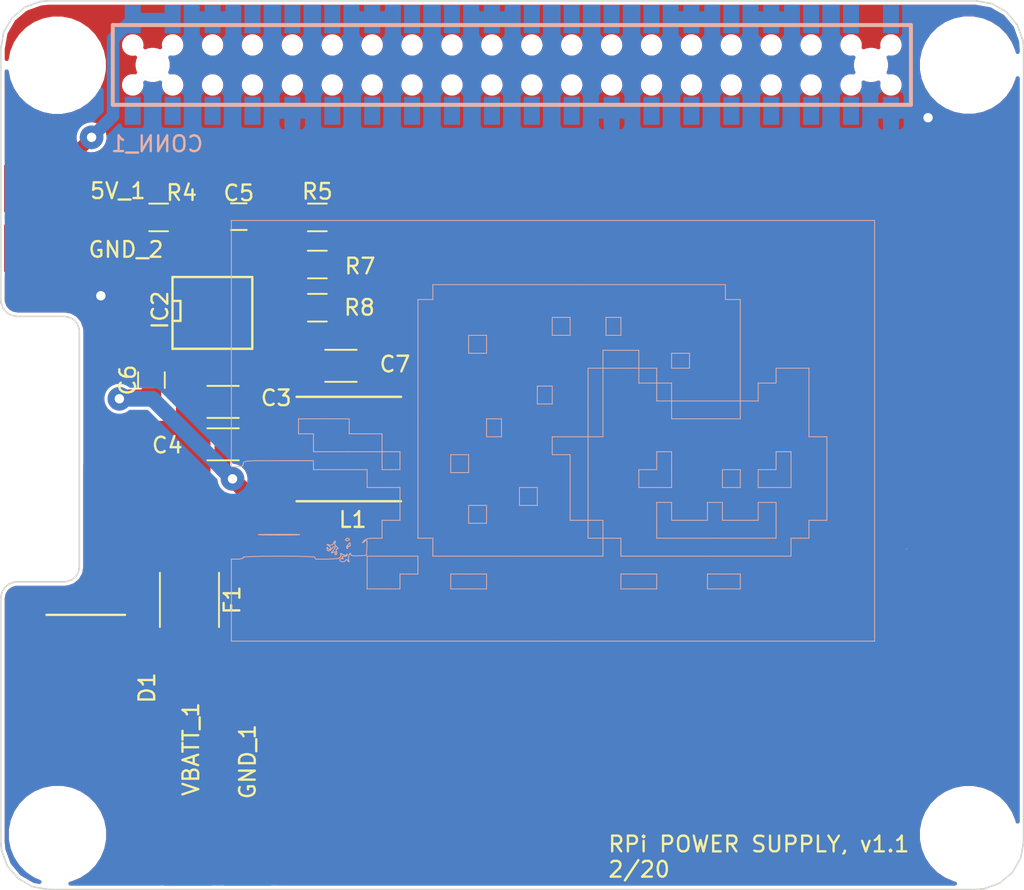
<source format=kicad_pcb>
(kicad_pcb (version 20171130) (host pcbnew "(5.1.2)-2")
  (layers (0 F.Cu signal) (31 B.Cu signal) (34 B.Paste user) (35 F.Paste user) (36 B.SilkS user) (37 F.SilkS user) (38 B.Mask user) (39 F.Mask user) (44 Edge.Cuts user))
  (net 0 "")
  (net 1 GND)
  (net 2 "Net-(C5-Pad1)")
  (net 3 "Net-(C5-Pad2)")
  (net 4 "Net-(C6-Pad1)")
  (net 5 "Net-(C6-Pad2)")
  (net 6 "Net-(D1-Pad1)")
  (net 7 "Net-(IC2-Pad5)")
  (net 8 "Net-(D1-Pad2)")
  (net 9 5V)
  (net 10 "Net-(C3-Pad1)")
  (net 11 "Net-(IC2-Pad7)")
  (module Capacitors_SMD:C_1206 (layer F.Cu) (at 138.54 97.79)
    (fp_text reference C3 (at 3.38 -0.25) (layer F.SilkS))
    (fp_text value 10uF)
    (pad 1 smd rect (at -1.5 0) (size 1 1.6) (layers F.Cu F.Paste F.Mask) (net 10 "Net-(C3-Pad1)"))
    (pad 2 smd rect (at 1.5 0) (size 1 1.6) (layers F.Cu F.Paste F.Mask) (net 1 GND))
  )
  (module Capacitors_SMD:C_1206 (layer F.Cu) (at 138.54 100.49)
    (fp_text reference C4 (at -3.55 0.06) (layer F.SilkS))
    (fp_text value 10uF)
    (pad 1 smd rect (at -1.5 0) (size 1 1.6) (layers F.Cu F.Paste F.Mask) (net 10 "Net-(C3-Pad1)"))
    (pad 2 smd rect (at 1.5 0) (size 1 1.6) (layers F.Cu F.Paste F.Mask) (net 1 GND))
  )
  (module Capacitors_SMD:C_0805 (layer F.Cu) (at 139.54 85.99)
    (fp_text reference C5 (at 0 -1.5) (layer F.SilkS))
    (fp_text value 3.9nF)
    (pad 1 smd rect (at -1 0) (size 1 1.25) (layers F.Cu F.Paste F.Mask) (net 2 "Net-(C5-Pad1)"))
    (pad 2 smd rect (at 1 0) (size 1 1.25) (layers F.Cu F.Paste F.Mask) (net 3 "Net-(C5-Pad2)"))
  )
  (module Capacitors_SMD:C_0805 (layer F.Cu) (at 133.98 96.4 90)
    (fp_text reference C6 (at 0 -1.5 90) (layer F.SilkS))
    (fp_text value 10nF)
    (pad 1 smd rect (at -1 0 90) (size 1 1.25) (layers F.Cu F.Paste F.Mask) (net 4 "Net-(C6-Pad1)"))
    (pad 2 smd rect (at 1 0 90) (size 1 1.25) (layers F.Cu F.Paste F.Mask) (net 5 "Net-(C6-Pad2)"))
  )
  (module Capacitors_SMD:C_1206 (layer F.Cu) (at 146.04 95.49 180)
    (fp_text reference C7 (at -3.44 0.1 180) (layer F.SilkS))
    (fp_text value 33uF)
    (pad 1 smd rect (at -1.5 0 180) (size 1 1.6) (layers F.Cu F.Paste F.Mask) (net 9 5V))
    (pad 2 smd rect (at 1.5 0 180) (size 1 1.6) (layers F.Cu F.Paste F.Mask) (net 1 GND))
  )
  (module rpi-power-supply:DO-214AB (layer F.Cu) (at 129.8 116.1 270)
    (fp_text reference D1 (at -0.1 -3.9 270) (layer F.SilkS))
    (fp_text value D_Schottky hide)
    (pad 2 smd rect (at 3.41 0 270) (size 2.5 3.39) (layers F.Cu F.Paste F.Mask) (net 8 "Net-(D1-Pad2)"))
    (pad 1 smd rect (at -3.41 0 270) (size 2.5 3.39) (layers F.Cu F.Paste F.Mask) (net 6 "Net-(D1-Pad1)"))
  )
  (module Resistors_SMD:R_1812 (layer F.Cu) (at 136.4 110.4 270)
    (fp_text reference F1 (at 0 -2.72 270) (layer F.SilkS))
    (fp_text value Polyfuse)
    (pad 1 smd rect (at -2.44 0 270) (size 1.6 3.5) (layers F.Cu F.Paste F.Mask) (net 10 "Net-(C3-Pad1)"))
    (pad 2 smd rect (at 2.44 0 270) (size 1.6 3.5) (layers F.Cu F.Paste F.Mask) (net 6 "Net-(D1-Pad1)"))
  )
  (module "rpi-power-supply:SOIC8N_(EXPOSED_PAD)" (layer F.Cu) (at 137.86 92.12)
    (fp_text reference IC2 (at -3.33 -0.18 90) (layer F.SilkS))
    (fp_text value "STEP_DOWN_CONVERTER_(MP2307)")
    (pad 9 smd rect (at 0 0) (size 3.51 2.62) (layers F.Cu F.Paste F.Mask) (net 1 GND))
    (pad 8 smd rect (at -1.905 -3) (size 0.61 1.6) (layers F.Cu F.Paste F.Mask))
    (pad 7 smd rect (at -0.635 -3) (size 0.61 1.6) (layers F.Cu F.Paste F.Mask) (net 11 "Net-(IC2-Pad7)"))
    (pad 6 smd rect (at 0.635 -3) (size 0.61 1.6) (layers F.Cu F.Paste F.Mask) (net 2 "Net-(C5-Pad1)"))
    (pad 5 smd rect (at 1.905 -3) (size 0.61 1.6) (layers F.Cu F.Paste F.Mask) (net 7 "Net-(IC2-Pad5)"))
    (pad 4 smd rect (at 1.905 3) (size 0.61 1.6) (layers F.Cu F.Paste F.Mask) (net 1 GND))
    (pad 3 smd rect (at 0.635 3) (size 0.61 1.6) (layers F.Cu F.Paste F.Mask) (net 4 "Net-(C6-Pad1)"))
    (pad 2 smd rect (at -0.635 3) (size 0.61 1.6) (layers F.Cu F.Paste F.Mask) (net 10 "Net-(C3-Pad1)"))
    (pad 1 smd rect (at -1.905 3) (size 0.61 1.6) (layers F.Cu F.Paste F.Mask) (net 5 "Net-(C6-Pad2)"))
  )
  (module "rpi-power-supply:INDUCTOR_10uH_(ASPI-0630LR)" (layer F.Cu) (at 146.54 100.79)
    (fp_text reference L1 (at 0.25 4.5) (layer F.SilkS))
    (fp_text value 10uH)
    (pad 2 smd rect (at 3.025 0) (size 2.35 3.4) (layers F.Cu F.Paste F.Mask) (net 9 5V))
    (pad 1 smd rect (at -3.025 0) (size 2.35 3.4) (layers F.Cu F.Paste F.Mask) (net 4 "Net-(C6-Pad1)"))
  )
  (module Resistors_SMD:R_0805 (layer F.Cu) (at 134.44 86.04)
    (fp_text reference R4 (at 1.46 -1.57 180) (layer F.SilkS))
    (fp_text value 100k)
    (pad 1 smd rect (at -0.95 0) (size 0.7 1.3) (layers F.Cu F.Paste F.Mask) (net 10 "Net-(C3-Pad1)"))
    (pad 2 smd rect (at 0.95 0) (size 0.7 1.3) (layers F.Cu F.Paste F.Mask) (net 11 "Net-(IC2-Pad7)"))
  )
  (module Resistors_SMD:R_0805 (layer F.Cu) (at 144.54 86.04)
    (fp_text reference R5 (at 0 -1.65) (layer F.SilkS))
    (fp_text value 6.8K)
    (pad 1 smd rect (at -0.95 0) (size 0.7 1.3) (layers F.Cu F.Paste F.Mask) (net 3 "Net-(C5-Pad2)"))
    (pad 2 smd rect (at 0.95 0) (size 0.7 1.3) (layers F.Cu F.Paste F.Mask) (net 1 GND))
  )
  (module Resistors_SMD:R_0805 (layer F.Cu) (at 144.54 89.04)
    (fp_text reference R7 (at 2.72 0.11) (layer F.SilkS))
    (fp_text value 2.2K)
    (pad 1 smd rect (at -0.95 0) (size 0.7 1.3) (layers F.Cu F.Paste F.Mask) (net 7 "Net-(IC2-Pad5)"))
    (pad 2 smd rect (at 0.95 0) (size 0.7 1.3) (layers F.Cu F.Paste F.Mask) (net 1 GND))
  )
  (module Resistors_SMD:R_0805 (layer F.Cu) (at 144.54 91.79 180)
    (fp_text reference R8 (at -2.68 0.01 180) (layer F.SilkS))
    (fp_text value 10k)
    (pad 1 smd rect (at -0.95 0 180) (size 0.7 1.3) (layers F.Cu F.Paste F.Mask) (net 9 5V))
    (pad 2 smd rect (at 0.95 0 180) (size 0.7 1.3) (layers F.Cu F.Paste F.Mask) (net 7 "Net-(IC2-Pad5)"))
  )
  (module rpi-power-supply:2mm_X_3mm_WIRE_PAD (layer F.Cu) (at 136.3 126.1)
    (fp_text reference VBATT_1 (at 0.2 -6.2 90) (layer F.SilkS))
    (fp_text value CONN_01X01 hide)
    (pad 1 smd rect (at 0 0) (size 3 5) (layers F.Cu F.Paste F.Mask) (net 8 "Net-(D1-Pad2)"))
  )
  (module rpi-power-supply:2mm_X_3mm_WIRE_PAD (layer F.Cu) (at 127.1 88 270)
    (fp_text reference GND_2 (at 0.09 -5.26) (layer F.SilkS))
    (fp_text value CONN_01X01 hide)
    (pad 1 smd rect (at 0 0 270) (size 3 5) (layers F.Cu F.Paste F.Mask) (net 1 GND))
  )
  (module rpi-power-supply:2mm_X_3mm_WIRE_PAD (layer F.Cu) (at 140.1 126.1)
    (fp_text reference GND_1 (at 0 -5.4 90) (layer F.SilkS))
    (fp_text value CONN_01X01 hide)
    (pad 1 smd rect (at 0 0) (size 3 5) (layers F.Cu F.Paste F.Mask) (net 1 GND))
  )
  (module rpi-power-supply:2mm_X_3mm_WIRE_PAD (layer F.Cu) (at 127.1 84.2 270)
    (fp_text reference 5V_1 (at 0.15 -4.74) (layer F.SilkS))
    (fp_text value CONN_01X01 hide)
    (pad 1 smd rect (at 0 0 270) (size 3 5) (layers F.Cu F.Paste F.Mask) (net 9 5V))
  )
  (module rpi-power-supply:RPi_MOUNTING_HOLE (layer F.Cu) (at 127.98 76.35)
    (fp_text reference "" hide)
    (fp_text value RPi_MOUNTING_HOLE hide)
    (pad "" np_thru_hole circle (at 0 0) (size 2.75 2.75) (drill 2.75) (layers *.Cu *.Mask) (clearance 1.725))
  )
  (module rpi-power-supply:RPi_MOUNTING_HOLE (layer F.Cu) (at 185.99 76.34)
    (fp_text reference "" hide)
    (fp_text value RPi_MOUNTING_HOLE hide)
    (pad "" np_thru_hole circle (at 0 0) (size 2.75 2.75) (drill 2.75) (layers *.Cu *.Mask) (clearance 1.725))
  )
  (module rpi-power-supply:RPi_MOUNTING_HOLE (layer F.Cu) (at 185.99 125.35)
    (fp_text reference "" hide)
    (fp_text value RPi_MOUNTING_HOLE hide)
    (pad "" np_thru_hole circle (at 0 0) (size 2.75 2.75) (drill 2.75) (layers *.Cu *.Mask) (clearance 1.725))
  )
  (module rpi-power-supply:RPi_MOUNTING_HOLE (layer F.Cu) (at 128 125.34)
    (fp_text reference "" hide)
    (fp_text value RPi_MOUNTING_HOLE hide)
    (pad "" np_thru_hole circle (at 0 0) (size 2.75 2.75) (drill 2.75) (layers *.Cu *.Mask) (clearance 1.725))
  )
  (module "rpi-power-supply:40-PIN_SMD_(M20-7812045)" (layer B.Cu) (at 156.9 76.35)
    (fp_text reference CONN_1 (at -22.56 5.01 180) (layer B.SilkS) (effects (justify mirror)))
    (fp_text value Raspberry_Pi_2_3 hide)
    (pad 34 smd rect (at 16.53 -2.9378) (size 1.02 1.78) (layers B.Cu B.Paste B.Mask) (net 1 GND))
    (pad 36 smd rect (at 19.07 -2.9378) (size 1.02 1.78) (layers B.Cu B.Paste B.Mask))
    (pad 40 smd rect (at 24.15 -2.9378) (size 1.02 1.78) (layers B.Cu B.Paste B.Mask))
    (pad 38 smd rect (at 21.61 -2.9378) (size 1.02 1.78) (layers B.Cu B.Paste B.Mask))
    (pad 18 smd rect (at -3.79 -2.9378) (size 1.02 1.78) (layers B.Cu B.Paste B.Mask))
    (pad 20 smd rect (at -1.25 -2.9378) (size 1.02 1.78) (layers B.Cu B.Paste B.Mask) (net 1 GND))
    (pad 24 smd rect (at 3.83 -2.9378) (size 1.02 1.78) (layers B.Cu B.Paste B.Mask))
    (pad 22 smd rect (at 1.29 -2.9378) (size 1.02 1.78) (layers B.Cu B.Paste B.Mask))
    (pad 30 smd rect (at 11.45 -2.9378) (size 1.02 1.78) (layers B.Cu B.Paste B.Mask) (net 1 GND))
    (pad 32 smd rect (at 13.99 -2.9378) (size 1.02 1.78) (layers B.Cu B.Paste B.Mask))
    (pad 28 smd rect (at 8.91 -2.9378) (size 1.02 1.78) (layers B.Cu B.Paste B.Mask))
    (pad 26 smd rect (at 6.37 -2.9378) (size 1.02 1.78) (layers B.Cu B.Paste B.Mask))
    (pad 10 smd rect (at -13.95 -2.9378) (size 1.02 1.78) (layers B.Cu B.Paste B.Mask))
    (pad 12 smd rect (at -11.41 -2.9378) (size 1.02 1.78) (layers B.Cu B.Paste B.Mask))
    (pad 16 smd rect (at -6.33 -2.9378) (size 1.02 1.78) (layers B.Cu B.Paste B.Mask))
    (pad 14 smd rect (at -8.87 -2.9378) (size 1.02 1.78) (layers B.Cu B.Paste B.Mask) (net 1 GND))
    (pad 6 smd rect (at -19.03 -2.9378) (size 1.02 1.78) (layers B.Cu B.Paste B.Mask) (net 1 GND))
    (pad 8 smd rect (at -16.49 -2.9378) (size 1.02 1.78) (layers B.Cu B.Paste B.Mask))
    (pad 4 smd rect (at -21.57 -2.9378) (size 1.02 1.78) (layers B.Cu B.Paste B.Mask) (net 9 5V))
    (pad 2 smd rect (at -24.11 -2.9378) (size 1.02 1.78) (layers B.Cu B.Paste B.Mask) (net 9 5V))
    (pad 39 smd rect (at 24.15 2.8978) (size 1.02 1.78) (layers B.Cu B.Paste B.Mask) (net 1 GND))
    (pad 37 smd rect (at 21.61 2.8978) (size 1.02 1.78) (layers B.Cu B.Paste B.Mask))
    (pad 33 smd rect (at 16.53 2.8978) (size 1.02 1.78) (layers B.Cu B.Paste B.Mask))
    (pad 35 smd rect (at 19.07 2.8978) (size 1.02 1.78) (layers B.Cu B.Paste B.Mask))
    (pad 27 smd rect (at 8.91 2.8978) (size 1.02 1.78) (layers B.Cu B.Paste B.Mask))
    (pad 25 smd rect (at 6.37 2.8978) (size 1.02 1.78) (layers B.Cu B.Paste B.Mask) (net 1 GND))
    (pad 29 smd rect (at 11.45 2.8978) (size 1.02 1.78) (layers B.Cu B.Paste B.Mask))
    (pad 31 smd rect (at 13.99 2.8978) (size 1.02 1.78) (layers B.Cu B.Paste B.Mask))
    (pad 23 smd rect (at 3.83 2.8978) (size 1.02 1.78) (layers B.Cu B.Paste B.Mask))
    (pad 21 smd rect (at 1.29 2.8978) (size 1.02 1.78) (layers B.Cu B.Paste B.Mask))
    (pad 17 smd rect (at -3.79 2.8978) (size 1.02 1.78) (layers B.Cu B.Paste B.Mask))
    (pad 19 smd rect (at -1.25 2.8978) (size 1.02 1.78) (layers B.Cu B.Paste B.Mask))
    (pad 3 smd rect (at -21.57 2.8978) (size 1.02 1.78) (layers B.Cu B.Paste B.Mask))
    (pad 1 smd rect (at -24.11 2.8978) (size 1.02 1.78) (layers B.Cu B.Paste B.Mask))
    (pad 5 smd rect (at -19.03 2.8978) (size 1.02 1.78) (layers B.Cu B.Paste B.Mask))
    (pad 7 smd rect (at -16.49 2.8978) (size 1.02 1.78) (layers B.Cu B.Paste B.Mask))
    (pad 15 smd rect (at -6.33 2.8978) (size 1.02 1.78) (layers B.Cu B.Paste B.Mask))
    (pad 13 smd rect (at -8.87 2.8978) (size 1.02 1.78) (layers B.Cu B.Paste B.Mask))
    (pad "" np_thru_hole circle (at 3.83 1.25 180) (size 0.9652 0.9652) (drill 0.9652) (layers *.Cu *.Mask B.SilkS))
    (pad "" np_thru_hole circle (at 1.29 1.25 180) (size 0.9652 0.9652) (drill 0.9652) (layers *.Cu *.Mask B.SilkS))
    (pad "" np_thru_hole circle (at 6.37 1.25 180) (size 0.9652 0.9652) (drill 0.9652) (layers *.Cu *.Mask B.SilkS))
    (pad "" np_thru_hole circle (at 8.91 1.25 180) (size 0.9652 0.9652) (drill 0.9652) (layers *.Cu *.Mask B.SilkS))
    (pad "" np_thru_hole circle (at 19.07 1.25 180) (size 0.9652 0.9652) (drill 0.9652) (layers *.Cu *.Mask B.SilkS))
    (pad "" np_thru_hole circle (at 16.53 1.25 180) (size 0.9652 0.9652) (drill 0.9652) (layers *.Cu *.Mask B.SilkS))
    (pad "" np_thru_hole circle (at 11.45 1.25 180) (size 0.9652 0.9652) (drill 0.9652) (layers *.Cu *.Mask B.SilkS))
    (pad "" np_thru_hole circle (at 13.99 1.25 180) (size 0.9652 0.9652) (drill 0.9652) (layers *.Cu *.Mask B.SilkS))
    (pad "" np_thru_hole circle (at 21.61 1.25 180) (size 0.9652 0.9652) (drill 0.9652) (layers *.Cu *.Mask B.SilkS))
    (pad "" np_thru_hole circle (at 24.15 1.25 180) (size 0.9652 0.9652) (drill 0.9652) (layers *.Cu *.Mask B.SilkS))
    (pad "" np_thru_hole circle (at -1.25 1.25 180) (size 0.9652 0.9652) (drill 0.9652) (layers *.Cu *.Mask B.SilkS))
    (pad "" np_thru_hole circle (at -3.79 1.25 180) (size 0.9652 0.9652) (drill 0.9652) (layers *.Cu *.Mask B.SilkS))
    (pad "" np_thru_hole circle (at -11.41 1.25 180) (size 0.9652 0.9652) (drill 0.9652) (layers *.Cu *.Mask B.SilkS))
    (pad "" np_thru_hole circle (at -13.95 1.25 180) (size 0.9652 0.9652) (drill 0.9652) (layers *.Cu *.Mask B.SilkS))
    (pad "" np_thru_hole circle (at -8.87 1.25 180) (size 0.9652 0.9652) (drill 0.9652) (layers *.Cu *.Mask B.SilkS))
    (pad "" np_thru_hole circle (at -6.33 1.25 180) (size 0.9652 0.9652) (drill 0.9652) (layers *.Cu *.Mask B.SilkS))
    (pad "" np_thru_hole circle (at -16.49 1.25 180) (size 0.9652 0.9652) (drill 0.9652) (layers *.Cu *.Mask B.SilkS))
    (pad "" np_thru_hole circle (at -19.03 1.25 180) (size 0.9652 0.9652) (drill 0.9652) (layers *.Cu *.Mask B.SilkS))
    (pad "" np_thru_hole circle (at -24.11 1.25 180) (size 0.9652 0.9652) (drill 0.9652) (layers *.Cu *.Mask B.SilkS))
    (pad "" np_thru_hole circle (at -21.57 1.25 180) (size 0.9652 0.9652) (drill 0.9652) (layers *.Cu *.Mask B.SilkS))
    (pad "" np_thru_hole circle (at -21.57 -1.29 180) (size 0.9652 0.9652) (drill 0.9652) (layers *.Cu *.Mask B.SilkS))
    (pad "" np_thru_hole circle (at -24.11 -1.29 180) (size 0.9652 0.9652) (drill 0.9652) (layers *.Cu *.Mask B.SilkS))
    (pad "" np_thru_hole circle (at -19.03 -1.29 180) (size 0.9652 0.9652) (drill 0.9652) (layers *.Cu *.Mask B.SilkS))
    (pad "" np_thru_hole circle (at -16.49 -1.29 180) (size 0.9652 0.9652) (drill 0.9652) (layers *.Cu *.Mask B.SilkS))
    (pad "" np_thru_hole circle (at -6.33 -1.29 180) (size 0.9652 0.9652) (drill 0.9652) (layers *.Cu *.Mask B.SilkS))
    (pad "" np_thru_hole circle (at -8.87 -1.29 180) (size 0.9652 0.9652) (drill 0.9652) (layers *.Cu *.Mask B.SilkS))
    (pad "" np_thru_hole circle (at -13.95 -1.29 180) (size 0.9652 0.9652) (drill 0.9652) (layers *.Cu *.Mask B.SilkS))
    (pad "" np_thru_hole circle (at -11.41 -1.29 180) (size 0.9652 0.9652) (drill 0.9652) (layers *.Cu *.Mask B.SilkS))
    (pad "" np_thru_hole circle (at -3.79 -1.29 180) (size 0.9652 0.9652) (drill 0.9652) (layers *.Cu *.Mask B.SilkS))
    (pad "" np_thru_hole circle (at -1.25 -1.29 180) (size 0.9652 0.9652) (drill 0.9652) (layers *.Cu *.Mask B.SilkS))
    (pad "" np_thru_hole circle (at 24.15 -1.29 180) (size 0.9652 0.9652) (drill 0.9652) (layers *.Cu *.Mask B.SilkS))
    (pad "" np_thru_hole circle (at 21.61 -1.29 180) (size 0.9652 0.9652) (drill 0.9652) (layers *.Cu *.Mask B.SilkS))
    (pad "" np_thru_hole circle (at 13.99 -1.29 180) (size 0.9652 0.9652) (drill 0.9652) (layers *.Cu *.Mask B.SilkS))
    (pad "" np_thru_hole circle (at 11.45 -1.29 180) (size 0.9652 0.9652) (drill 0.9652) (layers *.Cu *.Mask B.SilkS))
    (pad "" np_thru_hole circle (at 16.53 -1.29 180) (size 0.9652 0.9652) (drill 0.9652) (layers *.Cu *.Mask B.SilkS))
    (pad "" np_thru_hole circle (at 19.07 -1.29 180) (size 0.9652 0.9652) (drill 0.9652) (layers *.Cu *.Mask B.SilkS))
    (pad "" np_thru_hole circle (at 8.91 -1.29 180) (size 0.9652 0.9652) (drill 0.9652) (layers *.Cu *.Mask B.SilkS))
    (pad "" np_thru_hole circle (at 6.37 -1.29 180) (size 0.9652 0.9652) (drill 0.9652) (layers *.Cu *.Mask B.SilkS))
    (pad "" np_thru_hole circle (at 1.29 -1.29 180) (size 0.9652 0.9652) (drill 0.9652) (layers *.Cu *.Mask B.SilkS))
    (pad "" np_thru_hole circle (at 3.83 -1.29 180) (size 0.9652 0.9652) (drill 0.9652) (layers *.Cu *.Mask B.SilkS))
    (pad 9 smd rect (at -13.95 2.8978) (size 1.02 1.78) (layers B.Cu B.Paste B.Mask) (net 1 GND))
    (pad 11 smd rect (at -11.41 2.8978) (size 1.02 1.78) (layers B.Cu B.Paste B.Mask))
    (pad "" np_thru_hole circle (at -22.84 -0.02 180) (size 1.778 1.778) (drill 1.778) (layers *.Cu *.Mask B.SilkS))
    (pad "" np_thru_hole circle (at 22.88 -0.02 180) (size 1.778 1.778) (drill 1.778) (layers *.Cu *.Mask B.SilkS))
  )
  (gr_line (start 159.015 96.78) (end 158.54 96.78) (layer B.SilkS) (width 0.05225))
  (gr_line (start 171.46 102.67) (end 171.46 102.1) (layer B.SilkS) (width 0.05225))
  (gr_line (start 154.17 101.72) (end 154.17 101.15) (layer B.SilkS) (width 0.05225))
  (gr_line (start 153.03 101.72) (end 153.03 102.29) (layer B.SilkS) (width 0.05225))
  (gr_line (start 158.54 96.78) (end 158.54 97.35) (layer B.SilkS) (width 0.05225))
  (gr_line (start 174.215 100.96) (end 173.74 100.96) (layer B.SilkS) (width 0.05225))
  (gr_line (start 156.26 100.01) (end 156.26 99.44) (layer B.SilkS) (width 0.05225))
  (gr_line (start 165 102.67) (end 165 103.24) (layer B.SilkS) (width 0.05225))
  (gr_line (start 165.57 102.1) (end 165 102.1) (layer B.SilkS) (width 0.05225))
  (gr_line (start 166.14 101.53) (end 166.14 102.1) (layer B.SilkS) (width 0.05225))
  (gr_line (start 165 102.1) (end 165 102.67) (layer B.SilkS) (width 0.05225))
  (gr_line (start 170.89 102.1) (end 170.32 102.1) (layer B.SilkS) (width 0.05225))
  (gr_line (start 174.69 103.24) (end 174.69 102.1) (layer B.SilkS) (width 0.05225))
  (gr_line (start 167.09 103.24) (end 167.09 102.1) (layer B.SilkS) (width 0.05225))
  (gr_line (start 154.17 101.15) (end 153.6 101.15) (layer B.SilkS) (width 0.05225))
  (gr_line (start 170.32 102.1) (end 170.32 102.67) (layer B.SilkS) (width 0.05225))
  (gr_line (start 171.46 103.24) (end 171.46 102.67) (layer B.SilkS) (width 0.05225))
  (gr_line (start 166.615 100.96) (end 166.14 100.96) (layer B.SilkS) (width 0.05225))
  (gr_line (start 170.89 103.24) (end 171.46 103.24) (layer B.SilkS) (width 0.05225))
  (gr_line (start 170.32 103.24) (end 170.89 103.24) (layer B.SilkS) (width 0.05225))
  (gr_line (start 153.6 101.15) (end 153.03 101.15) (layer B.SilkS) (width 0.05225))
  (gr_line (start 173.17 102.1) (end 172.6 102.1) (layer B.SilkS) (width 0.05225))
  (gr_line (start 173.645 103.24) (end 174.69 103.24) (layer B.SilkS) (width 0.05225))
  (gr_line (start 173.74 100.96) (end 173.74 101.53) (layer B.SilkS) (width 0.05225))
  (gr_line (start 173.74 102.1) (end 173.17 102.1) (layer B.SilkS) (width 0.05225))
  (gr_line (start 156.26 99.44) (end 156.26 98.87) (layer B.SilkS) (width 0.05225))
  (gr_line (start 165 103.24) (end 166.045 103.24) (layer B.SilkS) (width 0.05225))
  (gr_line (start 166.14 102.1) (end 165.57 102.1) (layer B.SilkS) (width 0.05225))
  (gr_line (start 154.17 102.29) (end 154.17 101.72) (layer B.SilkS) (width 0.05225))
  (gr_line (start 155.31 100.01) (end 155.785 100.01) (layer B.SilkS) (width 0.05225))
  (gr_line (start 153.03 102.29) (end 153.6 102.29) (layer B.SilkS) (width 0.05225))
  (gr_line (start 170.32 102.67) (end 170.32 103.24) (layer B.SilkS) (width 0.05225))
  (gr_line (start 167.09 100.96) (end 166.615 100.96) (layer B.SilkS) (width 0.05225))
  (gr_line (start 155.785 98.87) (end 155.31 98.87) (layer B.SilkS) (width 0.05225))
  (gr_line (start 172.6 103.24) (end 173.645 103.24) (layer B.SilkS) (width 0.05225))
  (gr_line (start 174.69 102.1) (end 174.69 100.96) (layer B.SilkS) (width 0.05225))
  (gr_line (start 155.31 99.44) (end 155.31 100.01) (layer B.SilkS) (width 0.05225))
  (gr_line (start 172.6 102.67) (end 172.6 103.24) (layer B.SilkS) (width 0.05225))
  (gr_line (start 174.69 100.96) (end 174.215 100.96) (layer B.SilkS) (width 0.05225))
  (gr_line (start 166.14 100.96) (end 166.14 101.53) (layer B.SilkS) (width 0.05225))
  (gr_line (start 156.26 98.87) (end 155.785 98.87) (layer B.SilkS) (width 0.05225))
  (gr_line (start 153.03 101.15) (end 153.03 101.72) (layer B.SilkS) (width 0.05225))
  (gr_line (start 166.045 103.24) (end 167.09 103.24) (layer B.SilkS) (width 0.05225))
  (gr_line (start 167.09 102.1) (end 167.09 100.96) (layer B.SilkS) (width 0.05225))
  (gr_line (start 155.785 100.01) (end 156.26 100.01) (layer B.SilkS) (width 0.05225))
  (gr_line (start 157.4 103.81) (end 157.4 104.38) (layer B.SilkS) (width 0.05225))
  (gr_line (start 153.6 102.29) (end 154.17 102.29) (layer B.SilkS) (width 0.05225))
  (gr_line (start 171.46 102.1) (end 170.89 102.1) (layer B.SilkS) (width 0.05225))
  (gr_line (start 173.74 101.53) (end 173.74 102.1) (layer B.SilkS) (width 0.05225))
  (gr_line (start 172.6 102.1) (end 172.6 102.67) (layer B.SilkS) (width 0.05225))
  (gr_line (start 155.31 98.87) (end 155.31 99.44) (layer B.SilkS) (width 0.05225))
  (gr_line (start 162.245 100.01) (end 162.72 100.01) (layer B.SilkS) (width 0.05225))
  (gr_line (start 161.77 106.47) (end 162.245 106.47) (layer B.SilkS) (width 0.05225))
  (gr_line (start 160.06 101.15) (end 160.63 101.15) (layer B.SilkS) (width 0.05225))
  (gr_line (start 167.09 97.73) (end 167.09 98.3) (layer B.SilkS) (width 0.05225))
  (gr_line (start 167.09 97.73) (end 167.09 97.16) (layer B.SilkS) (width 0.05225))
  (gr_line (start 162.245 105.33) (end 161.77 105.33) (layer B.SilkS) (width 0.05225))
  (gr_line (start 171.46 97.73) (end 169.275 97.73) (layer B.SilkS) (width 0.05225))
  (gr_line (start 171.46 98.3) (end 171.46 97.73) (layer B.SilkS) (width 0.05225))
  (gr_line (start 161.77 102.67) (end 161.77 100.01) (layer B.SilkS) (width 0.05225))
  (gr_line (start 166.14 97.73) (end 166.615 97.73) (layer B.SilkS) (width 0.05225))
  (gr_line (start 165.57 96.59) (end 166.14 96.59) (layer B.SilkS) (width 0.05225))
  (gr_line (start 165 96.115) (end 165 96.59) (layer B.SilkS) (width 0.05225))
  (gr_line (start 162.72 97.825) (end 162.72 95.64) (layer B.SilkS) (width 0.05225))
  (gr_line (start 162.72 106.47) (end 162.72 105.9) (layer B.SilkS) (width 0.05225))
  (gr_line (start 162.72 94.5) (end 162.72 95.07) (layer B.SilkS) (width 0.05225))
  (gr_line (start 159.49 96.78) (end 159.015 96.78) (layer B.SilkS) (width 0.05225))
  (gr_line (start 168.23 95.64) (end 168.23 95.165) (layer B.SilkS) (width 0.05225))
  (gr_line (start 166.14 96.59) (end 166.14 97.16) (layer B.SilkS) (width 0.05225))
  (gr_line (start 159.49 97.35) (end 159.49 96.78) (layer B.SilkS) (width 0.05225))
  (gr_line (start 159.49 97.92) (end 159.49 97.35) (layer B.SilkS) (width 0.05225))
  (gr_line (start 159.015 97.92) (end 159.49 97.92) (layer B.SilkS) (width 0.05225))
  (gr_line (start 169.275 98.87) (end 171.46 98.87) (layer B.SilkS) (width 0.05225))
  (gr_line (start 167.66 94.69) (end 167.09 94.69) (layer B.SilkS) (width 0.05225))
  (gr_line (start 161.77 105.33) (end 161.77 102.67) (layer B.SilkS) (width 0.05225))
  (gr_line (start 160.63 103.24) (end 160.63 105.33) (layer B.SilkS) (width 0.05225))
  (gr_line (start 161.2 105.33) (end 161.77 105.33) (layer B.SilkS) (width 0.05225))
  (gr_line (start 167.09 95.64) (end 167.66 95.64) (layer B.SilkS) (width 0.05225))
  (gr_line (start 165 95.64) (end 165 96.115) (layer B.SilkS) (width 0.05225))
  (gr_line (start 166.14 97.16) (end 166.14 97.73) (layer B.SilkS) (width 0.05225))
  (gr_line (start 162.72 105.33) (end 162.245 105.33) (layer B.SilkS) (width 0.05225))
  (gr_line (start 162.72 105.9) (end 162.72 105.33) (layer B.SilkS) (width 0.05225))
  (gr_line (start 166.14 96.115) (end 166.14 95.64) (layer B.SilkS) (width 0.05225))
  (gr_line (start 165 94.5) (end 163.86 94.5) (layer B.SilkS) (width 0.05225))
  (gr_line (start 161.77 105.33) (end 161.77 105.9) (layer B.SilkS) (width 0.05225))
  (gr_line (start 162.72 100.01) (end 162.72 97.825) (layer B.SilkS) (width 0.05225))
  (gr_line (start 160.63 105.33) (end 161.2 105.33) (layer B.SilkS) (width 0.05225))
  (gr_line (start 158.54 97.92) (end 159.015 97.92) (layer B.SilkS) (width 0.05225))
  (gr_line (start 167.09 96.59) (end 166.615 96.59) (layer B.SilkS) (width 0.05225))
  (gr_line (start 168.23 94.69) (end 167.66 94.69) (layer B.SilkS) (width 0.05225))
  (gr_line (start 165.57 95.64) (end 165 95.64) (layer B.SilkS) (width 0.05225))
  (gr_line (start 167.09 97.16) (end 167.09 96.59) (layer B.SilkS) (width 0.05225))
  (gr_line (start 161.77 100.01) (end 162.245 100.01) (layer B.SilkS) (width 0.05225))
  (gr_line (start 160.63 101.15) (end 160.63 103.24) (layer B.SilkS) (width 0.05225))
  (gr_line (start 171.46 98.87) (end 171.46 98.3) (layer B.SilkS) (width 0.05225))
  (gr_line (start 167.09 98.87) (end 169.275 98.87) (layer B.SilkS) (width 0.05225))
  (gr_line (start 165 96.59) (end 165.57 96.59) (layer B.SilkS) (width 0.05225))
  (gr_line (start 158.54 97.35) (end 158.54 97.92) (layer B.SilkS) (width 0.05225))
  (gr_line (start 167.09 94.69) (end 167.09 95.165) (layer B.SilkS) (width 0.05225))
  (gr_line (start 162.245 106.47) (end 162.72 106.47) (layer B.SilkS) (width 0.05225))
  (gr_line (start 166.615 97.73) (end 167.09 97.73) (layer B.SilkS) (width 0.05225))
  (gr_line (start 166.14 95.64) (end 165.57 95.64) (layer B.SilkS) (width 0.05225))
  (gr_line (start 162.72 95.64) (end 163.86 95.64) (layer B.SilkS) (width 0.05225))
  (gr_line (start 167.66 95.64) (end 168.23 95.64) (layer B.SilkS) (width 0.05225))
  (gr_line (start 161.77 105.9) (end 161.77 106.47) (layer B.SilkS) (width 0.05225))
  (gr_line (start 163.86 95.64) (end 165 95.64) (layer B.SilkS) (width 0.05225))
  (gr_line (start 166.615 96.59) (end 166.14 96.59) (layer B.SilkS) (width 0.05225))
  (gr_line (start 168.23 95.165) (end 168.23 94.69) (layer B.SilkS) (width 0.05225))
  (gr_line (start 167.09 95.165) (end 167.09 95.64) (layer B.SilkS) (width 0.05225))
  (gr_line (start 163.86 94.5) (end 162.72 94.5) (layer B.SilkS) (width 0.05225))
  (gr_line (start 165 95.07) (end 165 94.5) (layer B.SilkS) (width 0.05225))
  (gr_line (start 165 95.64) (end 165 95.07) (layer B.SilkS) (width 0.05225))
  (gr_line (start 166.14 96.59) (end 166.14 96.115) (layer B.SilkS) (width 0.05225))
  (gr_line (start 169.275 97.73) (end 167.09 97.73) (layer B.SilkS) (width 0.05225))
  (gr_line (start 167.09 98.3) (end 167.09 98.87) (layer B.SilkS) (width 0.05225))
  (gr_line (start 159.49 100.58) (end 159.49 101.15) (layer B.SilkS) (width 0.05225))
  (gr_line (start 160.06 92.41) (end 159.49 92.41) (layer B.SilkS) (width 0.05225))
  (gr_line (start 159.49 100.01) (end 159.49 100.58) (layer B.SilkS) (width 0.05225))
  (gr_line (start 160.63 100.01) (end 159.49 100.01) (layer B.SilkS) (width 0.05225))
  (gr_line (start 161.77 100.01) (end 160.63 100.01) (layer B.SilkS) (width 0.05225))
  (gr_line (start 154.74 93.55) (end 154.17 93.55) (layer B.SilkS) (width 0.05225))
  (gr_arc (start 146.53456 107.024936) (end 146.498255 106.982364) (angle -33.29621474) (layer B.SilkS) (width 0.05225))
  (gr_line (start 162.91 92.98) (end 162.91 93.55) (layer B.SilkS) (width 0.05225))
  (gr_line (start 160.06 93.55) (end 160.63 93.55) (layer B.SilkS) (width 0.05225))
  (gr_arc (start 146.41696 106.893322) (end 146.627602 106.94279) (angle -13.21607246) (layer B.SilkS) (width 0.05225))
  (gr_arc (start 145.670125 106.698004) (end 145.670125 106.66) (angle -41.8222638) (layer B.SilkS) (width 0.05225))
  (gr_arc (start 146.796167 107.167923) (end 146.473094 106.899796) (angle -9.958838266) (layer B.SilkS) (width 0.05225))
  (gr_arc (start 146.551739 106.924974) (end 146.610078 106.976638) (angle -28.3120737) (layer B.SilkS) (width 0.05225))
  (gr_arc (start 146.609632 106.784832) (end 146.629637 106.783484) (angle -88.45962813) (layer B.SilkS) (width 0.05225))
  (gr_arc (start 146.62135 107.050227) (end 146.480844 107.009283) (angle -16.24656567) (layer B.SilkS) (width 0.05225))
  (gr_arc (start 145.649906 106.687928) (end 145.689873 106.69214) (angle -33.54770391) (layer B.SilkS) (width 0.05225))
  (gr_arc (start 146.579708 106.941387) (end 146.554166 106.982715) (angle -36.97982987) (layer B.SilkS) (width 0.05225))
  (gr_line (start 154.74 94.69) (end 155.31 94.69) (layer B.SilkS) (width 0.05225))
  (gr_line (start 163.385 93.55) (end 163.86 93.55) (layer B.SilkS) (width 0.05225))
  (gr_arc (start 146.522485 107.010777) (end 146.524079 106.973469) (angle -42.90400244) (layer B.SilkS) (width 0.05225))
  (gr_arc (start 145.731389 106.814403) (end 145.658592 106.769412) (angle -36.07524228) (layer B.SilkS) (width 0.05225))
  (gr_line (start 154.17 94.69) (end 154.74 94.69) (layer B.SilkS) (width 0.05225))
  (gr_arc (start 146.669714 107.095704) (end 146.431592 106.959709) (angle -13.70300737) (layer B.SilkS) (width 0.05225))
  (gr_line (start 154.17 94.12) (end 154.17 94.69) (layer B.SilkS) (width 0.05225))
  (gr_line (start 160.63 92.98) (end 160.63 92.41) (layer B.SilkS) (width 0.05225))
  (gr_line (start 155.31 94.69) (end 155.31 94.12) (layer B.SilkS) (width 0.05225))
  (gr_line (start 163.86 92.98) (end 163.86 92.41) (layer B.SilkS) (width 0.05225))
  (gr_line (start 159.49 92.41) (end 159.49 92.98) (layer B.SilkS) (width 0.05225))
  (gr_line (start 160.63 92.41) (end 160.06 92.41) (layer B.SilkS) (width 0.05225))
  (gr_line (start 146.57417 106.781346) (end 146.473094 106.899796) (layer B.SilkS) (width 0.05225))
  (gr_arc (start 146.280005 107.050227) (end 146.470747 107.090727) (angle -11.98747986) (layer B.SilkS) (width 0.05225))
  (gr_arc (start 145.833921 106.806589) (end 145.646059 106.820905) (angle -20.00530769) (layer B.SilkS) (width 0.05225))
  (gr_line (start 163.86 92.41) (end 163.385 92.41) (layer B.SilkS) (width 0.05225))
  (gr_arc (start 145.670125 106.677389) (end 145.685544 106.669351) (angle -62.46908857) (layer B.SilkS) (width 0.05225))
  (gr_line (start 155.31 94.12) (end 155.31 93.55) (layer B.SilkS) (width 0.05225))
  (gr_line (start 161.77 97.825) (end 161.77 100.01) (layer B.SilkS) (width 0.05225))
  (gr_line (start 161.77 95.64) (end 161.77 97.825) (layer B.SilkS) (width 0.05225))
  (gr_line (start 162.91 93.55) (end 163.385 93.55) (layer B.SilkS) (width 0.05225))
  (gr_line (start 162.72 95.07) (end 162.72 95.64) (layer B.SilkS) (width 0.05225))
  (gr_line (start 163.385 92.41) (end 162.91 92.41) (layer B.SilkS) (width 0.05225))
  (gr_arc (start 146.572995 107.067919) (end 146.406154 107.019988) (angle -17.2470874) (layer B.SilkS) (width 0.05225))
  (gr_arc (start 146.013027 106.979839) (end 145.583734 106.749694) (angle -7.202228657) (layer B.SilkS) (width 0.05225))
  (gr_arc (start 145.80748 106.851507) (end 145.644783 106.669683) (angle -10.59331454) (layer B.SilkS) (width 0.05225))
  (gr_line (start 162.245 95.64) (end 161.77 95.64) (layer B.SilkS) (width 0.05225))
  (gr_arc (start 146.52142 107.035699) (end 146.554166 106.982715) (angle -29.27035815) (layer B.SilkS) (width 0.05225))
  (gr_line (start 154.17 93.55) (end 154.17 94.12) (layer B.SilkS) (width 0.05225))
  (gr_line (start 155.31 93.55) (end 154.74 93.55) (layer B.SilkS) (width 0.05225))
  (gr_line (start 163.86 93.55) (end 163.86 92.98) (layer B.SilkS) (width 0.05225))
  (gr_arc (start 146.580546 106.950486) (end 146.584164 106.989766) (angle -43.20968519) (layer B.SilkS) (width 0.05225))
  (gr_arc (start 146.442871 107.09889) (end 146.437113 107.119217) (angle -58.04455387) (layer B.SilkS) (width 0.05225))
  (gr_arc (start 145.376155 106.594856) (end 145.658592 106.769412) (angle -8.186375269) (layer B.SilkS) (width 0.05225))
  (gr_line (start 160.63 93.55) (end 160.63 92.98) (layer B.SilkS) (width 0.05225))
  (gr_line (start 159.49 92.98) (end 159.49 93.55) (layer B.SilkS) (width 0.05225))
  (gr_arc (start 146.427038 107.081446) (end 146.45707 107.114533) (angle -35.78322535) (layer B.SilkS) (width 0.05225))
  (gr_arc (start 145.570721 106.679581) (end 145.68057 106.727416) (angle -17.51437598) (layer B.SilkS) (width 0.05225))
  (gr_line (start 162.72 95.64) (end 162.245 95.64) (layer B.SilkS) (width 0.05225))
  (gr_line (start 162.91 92.41) (end 162.91 92.98) (layer B.SilkS) (width 0.05225))
  (gr_arc (start 146.449036 107.070556) (end 146.399445 107.07161) (angle -43.78148153) (layer B.SilkS) (width 0.05225))
  (gr_arc (start 146.451632 107.067959) (end 146.413962 107.10563) (angle -29.1846773) (layer B.SilkS) (width 0.05225))
  (gr_line (start 159.49 93.55) (end 160.06 93.55) (layer B.SilkS) (width 0.05225))
  (gr_line (start 146.633333 106.893322) (end 146.629637 106.783484) (layer B.SilkS) (width 0.05225))
  (gr_arc (start 145.885138 106.911278) (end 145.61413 106.702692) (angle -9.388502384) (layer B.SilkS) (width 0.05225))
  (gr_arc (start 146.610789 106.81347) (end 146.608822 106.764797) (angle -46.42693469) (layer B.SilkS) (width 0.05225))
  (gr_line (start 159.49 101.15) (end 160.06 101.15) (layer B.SilkS) (width 0.05225))
  (gr_arc (start 145.909364 106.772425) (end 145.662292 106.88431) (angle -16.47709083) (layer B.SilkS) (width 0.05225))
  (gr_arc (start 145.821755 107.218145) (end 145.821755 107.135) (angle -33.33772388) (layer B.SilkS) (width 0.05225))
  (gr_arc (start 145.986117 106.706081) (end 145.704173 106.949793) (angle -12.98489617) (layer B.SilkS) (width 0.05225))
  (gr_arc (start 145.32803 107.462896) (end 145.779781 107.40207) (angle -9.940309399) (layer B.SilkS) (width 0.05225))
  (gr_arc (start 145.70093 107.468378) (end 145.660398 107.482352) (angle -42.66589638) (layer B.SilkS) (width 0.05225))
  (gr_arc (start 145.81275 107.487459) (end 145.677477 107.403856) (angle -16.74496879) (layer B.SilkS) (width 0.05225))
  (gr_arc (start 145.453699 107.390819) (end 145.442288 107.392409) (angle -101.456345) (layer B.SilkS) (width 0.05225))
  (gr_arc (start 145.517189 107.304792) (end 145.677477 107.403856) (angle -15.4026255) (layer B.SilkS) (width 0.05225))
  (gr_arc (start 145.47375 107.388024) (end 145.449912 107.367027) (angle -49.3104165) (layer B.SilkS) (width 0.05225))
  (gr_arc (start 145.739304 107.282828) (end 145.568734 107.020799) (angle -13.68245443) (layer B.SilkS) (width 0.05225))
  (gr_arc (start 145.259015 107.176215) (end 145.174092 107.220838) (angle -56.45634123) (layer B.SilkS) (width 0.05225))
  (gr_arc (start 146.460105 106.621984) (end 146.367621 106.51888) (angle -16.39044827) (layer B.SilkS) (width 0.05225))
  (gr_arc (start 146.50436 106.67018) (end 146.442787 106.475849) (angle -12.20345521) (layer B.SilkS) (width 0.05225))
  (gr_arc (start 145.417538 106.763859) (end 145.465093 106.899627) (angle -26.60262636) (layer B.SilkS) (width 0.05225))
  (gr_arc (start 145.396122 106.743111) (end 145.520856 106.863958) (angle -23.09989087) (layer B.SilkS) (width 0.05225))
  (gr_arc (start 145.335533 107.108075) (end 145.151867 107.063093) (angle -13.02487422) (layer B.SilkS) (width 0.05225))
  (gr_arc (start 145.665463 107.389927) (end 145.68732 107.335643) (angle -38.0928239) (layer B.SilkS) (width 0.05225))
  (gr_line (start 145.299999 106.895795) (end 145.173474 106.862177) (layer B.SilkS) (width 0.05225))
  (gr_arc (start 145.334205 107.597624) (end 145.828402 107.05792) (angle -6.30484087) (layer B.SilkS) (width 0.05225))
  (gr_line (start 145.457524 107.401686) (end 145.56966 107.360445) (layer B.SilkS) (width 0.05225))
  (gr_line (start 145.229579 107.121393) (end 145.19232 107.067874) (layer B.SilkS) (width 0.05225))
  (gr_arc (start 145.747605 107.146156) (end 145.857348 107.098509) (angle -24.05117493) (layer B.SilkS) (width 0.05225))
  (gr_arc (start 145.655055 107.153405) (end 145.618353 106.999493) (angle -19.65022398) (layer B.SilkS) (width 0.05225))
  (gr_line (start 145.161754 106.880329) (end 145.265748 106.946303) (layer B.SilkS) (width 0.05225))
  (gr_arc (start 145.879462 107.22518) (end 145.749068 107.184514) (angle -25.19138958) (layer B.SilkS) (width 0.05225))
  (gr_arc (start 145.837319 107.107205) (end 145.851904 107.123455) (angle -71.5592799) (layer B.SilkS) (width 0.05225))
  (gr_arc (start 145.821755 107.089865) (end 145.821755 107.135) (angle -41.90980367) (layer B.SilkS) (width 0.05225))
  (gr_arc (start 145.310482 107.112577) (end 145.372623 107.150982) (angle -37.65622765) (layer B.SilkS) (width 0.05225))
  (gr_arc (start 145.812683 107.204354) (end 145.776061 107.148682) (angle -39.3410791) (layer B.SilkS) (width 0.05225))
  (gr_arc (start 145.715795 107.458139) (end 145.715795 107.515) (angle -42.06512878) (layer B.SilkS) (width 0.05225))
  (gr_line (start 145.554283 107.250129) (end 145.449912 107.367027) (layer B.SilkS) (width 0.05225))
  (gr_arc (start 145.49666 106.952162) (end 145.229579 107.121393) (angle -11.49922908) (layer B.SilkS) (width 0.05225))
  (gr_arc (start 145.387425 107.108742) (end 145.146454 107.105644) (angle -28.45628685) (layer B.SilkS) (width 0.05225))
  (gr_arc (start 145.230582 107.120888) (end 145.38314 107.105019) (angle -21.63297514) (layer B.SilkS) (width 0.05225))
  (gr_arc (start 145.40092 106.716418) (end 145.390957 106.910285) (angle -22.24588876) (layer B.SilkS) (width 0.05225))
  (gr_arc (start 146.506164 106.673332) (end 146.4031 106.493256) (angle -12.10792591) (layer B.SilkS) (width 0.05225))
  (gr_arc (start 146.229427 107.176804) (end 145.74416 107.243883) (angle -9.738542258) (layer B.SilkS) (width 0.05225))
  (gr_arc (start 145.618944 107.423726) (end 145.776541 107.462465) (angle -21.47873239) (layer B.SilkS) (width 0.05225))
  (gr_arc (start 145.703495 107.444509) (end 145.753891 107.500352) (angle -34.12463142) (layer B.SilkS) (width 0.05225))
  (gr_arc (start 145.626782 107.034841) (end 145.652478 107.009145) (angle -58.41234283) (layer B.SilkS) (width 0.05225))
  (gr_arc (start 145.959569 107.490069) (end 145.511594 107.068581) (angle -8.24657299) (layer B.SilkS) (width 0.05225))
  (gr_arc (start 146.480606 106.569996) (end 146.514739 106.476006) (angle -19.95890884) (layer B.SilkS) (width 0.05225))
  (gr_arc (start 145.264358 107.123828) (end 145.24928 107.271653) (angle -42.59285258) (layer B.SilkS) (width 0.05225))
  (gr_arc (start 145.166672 106.872677) (end 145.159143 106.867572) (angle -91.41974627) (layer B.SilkS) (width 0.05225))
  (gr_line (start 145.56966 107.360445) (end 145.649174 107.33372) (layer B.SilkS) (width 0.05225))
  (gr_arc (start 145.680495 107.352593) (end 145.698032 107.357726) (angle -84.38306635) (layer B.SilkS) (width 0.05225))
  (gr_arc (start 145.320658 107.12129) (end 145.268677 107.17124) (angle -34.45426927) (layer B.SilkS) (width 0.05225))
  (gr_arc (start 145.288424 106.958729) (end 145.611393 107.177345) (angle -11.92439731) (layer B.SilkS) (width 0.05225))
  (gr_arc (start 145.160421 107.092201) (end 145.19232 107.067874) (angle -41.94127068) (layer B.SilkS) (width 0.05225))
  (gr_arc (start 145.315127 107.148026) (end 145.306055 107.191885) (angle -46.82701987) (layer B.SilkS) (width 0.05225))
  (gr_arc (start 146.483962 106.560756) (end 146.54374 106.493256) (angle -21.5691451) (layer B.SilkS) (width 0.05225))
  (gr_arc (start 145.086613 107.232319) (end 145.325545 106.993979) (angle -13.01185288) (layer B.SilkS) (width 0.05225))
  (gr_arc (start 145.065691 106.807961) (end 145.554283 107.250129) (angle -8.050640152) (layer B.SilkS) (width 0.05225))
  (gr_arc (start 145.165312 107.066386) (end 145.167889 107.052785) (angle -86.96667428) (layer B.SilkS) (width 0.05225))
  (gr_arc (start 145.413166 106.478126) (end 145.299999 106.895795) (angle -12.21830986) (layer B.SilkS) (width 0.05225))
  (gr_arc (start 145.715795 107.440785) (end 145.680596 107.506123) (angle -28.3122994) (layer B.SilkS) (width 0.05225))
  (gr_arc (start 145.170129 106.875021) (end 145.173474 106.862177) (angle -70.45711583) (layer B.SilkS) (width 0.05225))
  (gr_arc (start 145.62105 107.040574) (end 145.665168 107.045961) (angle -51.96253225) (layer B.SilkS) (width 0.05225))
  (gr_arc (start 145.432894 107.017596) (end 145.649594 107.105896) (angle -15.20709018) (layer B.SilkS) (width 0.05225))
  (gr_arc (start 145.718609 107.462283) (end 145.659126 107.446375) (angle -33.99461945) (layer B.SilkS) (width 0.05225))
  (gr_arc (start 145.075114 106.870572) (end 145.353303 107.242859) (angle -18.22281097) (layer B.SilkS) (width 0.05225))
  (gr_arc (start 145.274543 107.090365) (end 145.340907 107.184651) (angle -23.14254025) (layer B.SilkS) (width 0.05225))
  (gr_arc (start 145.162883 107.156238) (end 145.366544 107.049895) (angle -17.35715314) (layer B.SilkS) (width 0.05225))
  (gr_arc (start 146.480606 106.595211) (end 146.480606 106.47) (angle -17.58067806) (layer B.SilkS) (width 0.05225))
  (gr_line (start 169.37 109.7) (end 169.37 109.225) (layer B.SilkS) (width 0.05225))
  (gr_line (start 165 109.7) (end 163.86 109.7) (layer B.SilkS) (width 0.05225))
  (gr_line (start 153.03 109.7) (end 153.03 109.225) (layer B.SilkS) (width 0.05225))
  (gr_line (start 142.105 106.226083) (end 141.270375 106.227864) (layer B.SilkS) (width 0.05225))
  (gr_arc (start 146.374514 106.575547) (end 146.335234 106.579165) (angle -43.20968519) (layer B.SilkS) (width 0.05225))
  (gr_line (start 166.14 108.75) (end 166.14 109.225) (layer B.SilkS) (width 0.05225))
  (gr_line (start 143.406945 106.234861) (end 142.939624 106.227864) (layer B.SilkS) (width 0.05225))
  (gr_line (start 142.738972 106.265282) (end 143.26875 106.255966) (layer B.SilkS) (width 0.05225))
  (gr_line (start 171.46 109.7) (end 170.415 109.7) (layer B.SilkS) (width 0.05225))
  (gr_line (start 141.471027 106.265282) (end 142.105 106.268292) (layer B.SilkS) (width 0.05225))
  (gr_line (start 169.37 108.75) (end 170.415 108.75) (layer B.SilkS) (width 0.05225))
  (gr_line (start 150.94 107.61) (end 150.94 108.18) (layer B.SilkS) (width 0.05225))
  (gr_line (start 163.86 109.225) (end 163.86 108.75) (layer B.SilkS) (width 0.05225))
  (gr_line (start 155.31 109.225) (end 155.31 109.7) (layer B.SilkS) (width 0.05225))
  (gr_arc (start 146.521653 106.549167) (end 146.559403 106.579372) (angle -38.66434703) (layer B.SilkS) (width 0.05225))
  (gr_arc (start 140.975352 104.927913) (end 140.802517 106.245113) (angle -6.004369456) (layer B.SilkS) (width 0.05225))
  (gr_line (start 155.31 109.7) (end 154.17 109.7) (layer B.SilkS) (width 0.05225))
  (gr_arc (start 143.234647 104.927913) (end 143.26875 106.255966) (angle -6.004369456) (layer B.SilkS) (width 0.05225))
  (gr_line (start 154.17 109.7) (end 153.03 109.7) (layer B.SilkS) (width 0.05225))
  (gr_line (start 171.46 109.225) (end 171.46 109.7) (layer B.SilkS) (width 0.05225))
  (gr_line (start 149.8 108.75) (end 149.8 109.225) (layer B.SilkS) (width 0.05225))
  (gr_line (start 146.57 98.87) (end 146.57 99.345) (layer B.SilkS) (width 0.05225))
  (gr_line (start 144.955 98.87) (end 146.57 98.87) (layer B.SilkS) (width 0.05225))
  (gr_line (start 153.03 108.75) (end 154.17 108.75) (layer B.SilkS) (width 0.05225))
  (gr_line (start 143.34 98.87) (end 144.955 98.87) (layer B.SilkS) (width 0.05225))
  (gr_line (start 155.31 108.75) (end 155.31 109.225) (layer B.SilkS) (width 0.05225))
  (gr_arc (start 143.406813 106.240008) (end 143.407482 106.245113) (angle -171.0536859) (layer B.SilkS) (width 0.05225))
  (gr_line (start 140.94125 106.255966) (end 141.471027 106.265282) (layer B.SilkS) (width 0.05225))
  (gr_line (start 169.37 109.225) (end 169.37 108.75) (layer B.SilkS) (width 0.05225))
  (gr_line (start 165 108.75) (end 166.14 108.75) (layer B.SilkS) (width 0.05225))
  (gr_line (start 163.86 108.75) (end 165 108.75) (layer B.SilkS) (width 0.05225))
  (gr_line (start 166.14 109.225) (end 166.14 109.7) (layer B.SilkS) (width 0.05225))
  (gr_line (start 143.815 99.82) (end 143.34 99.82) (layer B.SilkS) (width 0.05225))
  (gr_line (start 150.94 108.18) (end 150.94 108.75) (layer B.SilkS) (width 0.05225))
  (gr_line (start 150.94 108.75) (end 150.37 108.75) (layer B.SilkS) (width 0.05225))
  (gr_line (start 154.17 108.75) (end 155.31 108.75) (layer B.SilkS) (width 0.05225))
  (gr_arc (start 146.47685 106.513318) (end 146.529368 106.605079) (angle -21.55142655) (layer B.SilkS) (width 0.05225))
  (gr_arc (start 146.449247 106.46509) (end 146.484591 106.622465) (angle -17.12653006) (layer B.SilkS) (width 0.05225))
  (gr_arc (start 146.383613 106.574709) (end 146.342285 106.549167) (angle -36.97982987) (layer B.SilkS) (width 0.05225))
  (gr_line (start 170.415 109.7) (end 169.37 109.7) (layer B.SilkS) (width 0.05225))
  (gr_line (start 149.8 109.7) (end 148.755 109.7) (layer B.SilkS) (width 0.05225))
  (gr_line (start 143.34 99.82) (end 143.34 99.345) (layer B.SilkS) (width 0.05225))
  (gr_line (start 153.03 109.225) (end 153.03 108.75) (layer B.SilkS) (width 0.05225))
  (gr_arc (start 140.803186 106.240008) (end 140.803054 106.234861) (angle -171.0536859) (layer B.SilkS) (width 0.05225))
  (gr_line (start 142.105 106.268292) (end 142.738972 106.265282) (layer B.SilkS) (width 0.05225))
  (gr_line (start 163.86 109.7) (end 163.86 109.225) (layer B.SilkS) (width 0.05225))
  (gr_line (start 147.71 109.7) (end 147.71 108.655) (layer B.SilkS) (width 0.05225))
  (gr_line (start 149.325 107.61) (end 150.94 107.61) (layer B.SilkS) (width 0.05225))
  (gr_line (start 147.71 108.655) (end 147.71 107.61) (layer B.SilkS) (width 0.05225))
  (gr_line (start 142.939624 106.227864) (end 142.105 106.226083) (layer B.SilkS) (width 0.05225))
  (gr_line (start 170.415 108.75) (end 171.46 108.75) (layer B.SilkS) (width 0.05225))
  (gr_line (start 166.14 109.7) (end 165 109.7) (layer B.SilkS) (width 0.05225))
  (gr_line (start 150.37 108.75) (end 149.8 108.75) (layer B.SilkS) (width 0.05225))
  (gr_line (start 149.8 109.225) (end 149.8 109.7) (layer B.SilkS) (width 0.05225))
  (gr_line (start 171.46 108.75) (end 171.46 109.225) (layer B.SilkS) (width 0.05225))
  (gr_line (start 147.71 107.61) (end 149.325 107.61) (layer B.SilkS) (width 0.05225))
  (gr_line (start 148.755 109.7) (end 147.71 109.7) (layer B.SilkS) (width 0.05225))
  (gr_line (start 143.34 99.345) (end 143.34 98.87) (layer B.SilkS) (width 0.05225))
  (gr_arc (start 146.489898 106.554053) (end 146.563139 106.518967) (angle -22.8752746) (layer B.SilkS) (width 0.05225))
  (gr_arc (start 146.500097 106.549167) (end 146.57 106.549167) (angle -25.59661128) (layer B.SilkS) (width 0.05225))
  (gr_arc (start 146.431678 106.386864) (end 146.431678 106.628334) (angle -12.65773206) (layer B.SilkS) (width 0.05225))
  (gr_arc (start 146.431678 106.411961) (end 146.38221 106.622603) (angle -13.21607246) (layer B.SilkS) (width 0.05225))
  (gr_arc (start 146.400026 106.54674) (end 146.348362 106.605079) (angle -28.3120737) (layer B.SilkS) (width 0.05225))
  (gr_line (start 141.270375 106.227864) (end 140.803054 106.234861) (layer B.SilkS) (width 0.05225))
  (gr_line (start 151.89 107.04) (end 151.89 106.47) (layer B.SilkS) (width 0.05225))
  (gr_line (start 148.66 101.53) (end 148.66 100.96) (layer B.SilkS) (width 0.05225))
  (gr_line (start 149.23 102.1) (end 148.66 102.1) (layer B.SilkS) (width 0.05225))
  (gr_line (start 149.8 102.1) (end 149.23 102.1) (layer B.SilkS) (width 0.05225))
  (gr_line (start 162.72 107.61) (end 157.305 107.61) (layer B.SilkS) (width 0.05225))
  (gr_line (start 175.83 97.825) (end 175.83 100.01) (layer B.SilkS) (width 0.05225))
  (gr_line (start 146.57 99.345) (end 146.57 99.82) (layer B.SilkS) (width 0.05225))
  (gr_line (start 173.17 96.59) (end 173.74 96.59) (layer B.SilkS) (width 0.05225))
  (gr_line (start 162.72 106.47) (end 162.72 107.04) (layer B.SilkS) (width 0.05225))
  (gr_line (start 172.6 97.16) (end 172.6 96.59) (layer B.SilkS) (width 0.05225))
  (gr_line (start 157.305 107.61) (end 151.89 107.61) (layer B.SilkS) (width 0.05225))
  (gr_line (start 149.8 101.53) (end 149.8 102.1) (layer B.SilkS) (width 0.05225))
  (gr_line (start 173.74 95.64) (end 174.785 95.64) (layer B.SilkS) (width 0.05225))
  (gr_line (start 169.275 107.61) (end 163.86 107.61) (layer B.SilkS) (width 0.05225))
  (gr_line (start 174.785 95.64) (end 175.83 95.64) (layer B.SilkS) (width 0.05225))
  (gr_line (start 149.8 100.96) (end 149.8 101.53) (layer B.SilkS) (width 0.05225))
  (gr_line (start 150.94 91.27) (end 151.415 91.27) (layer B.SilkS) (width 0.05225))
  (gr_line (start 149.23 100.96) (end 149.8 100.96) (layer B.SilkS) (width 0.05225))
  (gr_line (start 148.66 100.96) (end 149.23 100.96) (layer B.SilkS) (width 0.05225))
  (gr_line (start 170.51 90.32) (end 170.51 90.795) (layer B.SilkS) (width 0.05225))
  (gr_line (start 173.74 96.115) (end 173.74 95.64) (layer B.SilkS) (width 0.05225))
  (gr_line (start 146.57 99.82) (end 147.615 99.82) (layer B.SilkS) (width 0.05225))
  (gr_line (start 151.415 91.27) (end 151.89 91.27) (layer B.SilkS) (width 0.05225))
  (gr_line (start 174.69 106.47) (end 174.69 107.04) (layer B.SilkS) (width 0.05225))
  (gr_line (start 162.72 107.04) (end 162.72 107.61) (layer B.SilkS) (width 0.05225))
  (gr_line (start 175.83 100.01) (end 176.4 100.01) (layer B.SilkS) (width 0.05225))
  (gr_line (start 172.6 97.73) (end 172.6 97.16) (layer B.SilkS) (width 0.05225))
  (gr_line (start 175.83 105.33) (end 175.83 105.9) (layer B.SilkS) (width 0.05225))
  (gr_line (start 172.6 96.59) (end 173.17 96.59) (layer B.SilkS) (width 0.05225))
  (gr_line (start 174.69 107.04) (end 174.69 107.61) (layer B.SilkS) (width 0.05225))
  (gr_line (start 175.83 105.9) (end 175.83 106.47) (layer B.SilkS) (width 0.05225))
  (gr_line (start 176.97 100.01) (end 176.97 102.67) (layer B.SilkS) (width 0.05225))
  (gr_line (start 176.97 105.33) (end 176.4 105.33) (layer B.SilkS) (width 0.05225))
  (gr_line (start 176.4 105.33) (end 175.83 105.33) (layer B.SilkS) (width 0.05225))
  (gr_line (start 150.94 98.87) (end 150.94 91.27) (layer B.SilkS) (width 0.05225))
  (gr_line (start 148.66 99.82) (end 148.66 100.39) (layer B.SilkS) (width 0.05225))
  (gr_line (start 163.29 106.47) (end 162.72 106.47) (layer B.SilkS) (width 0.05225))
  (gr_line (start 150.94 106.47) (end 150.94 98.87) (layer B.SilkS) (width 0.05225))
  (gr_line (start 151.89 107.61) (end 151.89 107.04) (layer B.SilkS) (width 0.05225))
  (gr_line (start 163.86 106.47) (end 163.29 106.47) (layer B.SilkS) (width 0.05225))
  (gr_line (start 163.86 107.61) (end 163.86 107.04) (layer B.SilkS) (width 0.05225))
  (gr_line (start 174.69 107.61) (end 169.275 107.61) (layer B.SilkS) (width 0.05225))
  (gr_line (start 176.97 102.67) (end 176.97 105.33) (layer B.SilkS) (width 0.05225))
  (gr_line (start 176.4 100.01) (end 176.97 100.01) (layer B.SilkS) (width 0.05225))
  (gr_line (start 175.26 106.47) (end 174.69 106.47) (layer B.SilkS) (width 0.05225))
  (gr_line (start 172.03 97.73) (end 172.6 97.73) (layer B.SilkS) (width 0.05225))
  (gr_line (start 148.66 100.39) (end 148.66 100.96) (layer B.SilkS) (width 0.05225))
  (gr_line (start 151.415 106.47) (end 150.94 106.47) (layer B.SilkS) (width 0.05225))
  (gr_line (start 144.29 100.39) (end 144.29 99.82) (layer B.SilkS) (width 0.05225))
  (gr_line (start 163.86 107.04) (end 163.86 106.47) (layer B.SilkS) (width 0.05225))
  (gr_line (start 175.83 95.64) (end 175.83 97.825) (layer B.SilkS) (width 0.05225))
  (gr_line (start 148.66 102.1) (end 148.66 101.53) (layer B.SilkS) (width 0.05225))
  (gr_line (start 147.615 99.82) (end 148.66 99.82) (layer B.SilkS) (width 0.05225))
  (gr_line (start 151.89 106.47) (end 151.415 106.47) (layer B.SilkS) (width 0.05225))
  (gr_line (start 175.83 106.47) (end 175.26 106.47) (layer B.SilkS) (width 0.05225))
  (gr_line (start 151.89 90.32) (end 161.2 90.32) (layer B.SilkS) (width 0.05225))
  (gr_line (start 161.2 90.32) (end 170.51 90.32) (layer B.SilkS) (width 0.05225))
  (gr_line (start 144.29 99.82) (end 143.815 99.82) (layer B.SilkS) (width 0.05225))
  (gr_line (start 151.89 90.795) (end 151.89 90.32) (layer B.SilkS) (width 0.05225))
  (gr_line (start 173.74 96.59) (end 173.74 96.115) (layer B.SilkS) (width 0.05225))
  (gr_line (start 144.29 100.96) (end 144.29 100.39) (layer B.SilkS) (width 0.05225))
  (gr_line (start 146.475 100.96) (end 144.29 100.96) (layer B.SilkS) (width 0.05225))
  (gr_line (start 148.66 100.96) (end 146.475 100.96) (layer B.SilkS) (width 0.05225))
  (gr_line (start 151.89 91.27) (end 151.89 90.795) (layer B.SilkS) (width 0.05225))
  (gr_arc (start 146.434833 107.482754) (end 146.438859 107.479212) (angle -107.4953609) (layer B.SilkS) (width 0.05225))
  (gr_arc (start 146.069633 107.842706) (end 146.077976 107.753756) (angle -27.89442848) (layer B.SilkS) (width 0.05225))
  (gr_arc (start 145.972876 107.708014) (end 146.08342 107.46479) (angle -11.27655543) (layer B.SilkS) (width 0.05225))
  (gr_arc (start 146.156003 107.656448) (end 146.135411 107.633869) (angle -62.65908499) (layer B.SilkS) (width 0.05225))
  (gr_line (start 140.41875 107.63474) (end 139.866774 107.660942) (layer B.SilkS) (width 0.05225))
  (gr_arc (start 146.033057 107.460176) (end 146.020548 107.454194) (angle -68.61262162) (layer B.SilkS) (width 0.05225))
  (gr_line (start 146.158586 107.501373) (end 146.08342 107.46479) (layer B.SilkS) (width 0.05225))
  (gr_arc (start 146.329588 107.447009) (end 146.325031 107.557384) (angle -28.36624091) (layer B.SilkS) (width 0.05225))
  (gr_arc (start 146.287732 107.445882) (end 146.307258 107.629808) (angle -19.2570422) (layer B.SilkS) (width 0.05225))
  (gr_arc (start 146.16112 108.07243) (end 146.24186 107.627397) (angle -8.929723899) (layer B.SilkS) (width 0.05225))
  (gr_arc (start 146.426654 107.489947) (end 146.442688 107.492616) (angle -50.78457246) (layer B.SilkS) (width 0.05225))
  (gr_arc (start 145.775735 107.496725) (end 145.987543 107.67251) (angle -13.51459719) (layer B.SilkS) (width 0.05225))
  (gr_arc (start 146.334877 107.318928) (end 146.25209 107.542769) (angle -17.93241684) (layer B.SilkS) (width 0.05225))
  (gr_arc (start 146.17057 107.672419) (end 146.171802 107.620258) (angle -43.71939957) (layer B.SilkS) (width 0.05225))
  (gr_line (start 142.105 107.61) (end 141.12868 107.615763) (layer B.SilkS) (width 0.05225))
  (gr_line (start 143.79125 107.63474) (end 143.081319 107.615763) (layer B.SilkS) (width 0.05225))
  (gr_arc (start 144.481827 107.705001) (end 144.385 107.705) (angle -88.69694731) (layer B.SilkS) (width 0.05225))
  (gr_arc (start 146.101726 107.878055) (end 145.998437 107.786546) (angle -20.54559571) (layer B.SilkS) (width 0.05225))
  (gr_line (start 171.46 91.27) (end 171.46 94.5) (layer B.SilkS) (width 0.05225))
  (gr_arc (start 146.282955 107.400889) (end 146.24186 107.627397) (angle -16.3432489) (layer B.SilkS) (width 0.05225))
  (gr_line (start 159.5375 86.235) (end 139.065 86.235) (layer B.SilkS) (width 0.05225))
  (gr_arc (start 139.584633 107.257129) (end 139.713375 107.772094) (angle -10.03638359) (layer B.SilkS) (width 0.05225))
  (gr_arc (start 146.074171 107.853642) (end 146.035391 107.760188) (angle -25.92429332) (layer B.SilkS) (width 0.05225))
  (gr_line (start 159.5375 113.025) (end 180.01 113.025) (layer B.SilkS) (width 0.05225))
  (gr_line (start 139.065 110.4125) (end 139.065 113.025) (layer B.SilkS) (width 0.05225))
  (gr_arc (start 139.869121 107.705001) (end 139.866774 107.660942) (angle -86.95045945) (layer B.SilkS) (width 0.05225))
  (gr_arc (start 145.830087 107.52344) (end 146.022758 107.618144) (angle -16.28213848) (layer B.SilkS) (width 0.05225))
  (gr_line (start 143.081319 107.615763) (end 142.105 107.61) (layer B.SilkS) (width 0.05225))
  (gr_line (start 146.430244 107.479978) (end 146.412711 107.511866) (layer B.SilkS) (width 0.05225))
  (gr_line (start 170.985 91.27) (end 171.46 91.27) (layer B.SilkS) (width 0.05225))
  (gr_arc (start 146.031069 107.459225) (end 146.033725 107.44787) (angle -77.60762764) (layer B.SilkS) (width 0.05225))
  (gr_line (start 170.51 91.27) (end 170.985 91.27) (layer B.SilkS) (width 0.05225))
  (gr_line (start 139.065 86.235) (end 139.065 94.0725) (layer B.SilkS) (width 0.05225))
  (gr_line (start 180.01 86.235) (end 159.5375 86.235) (layer B.SilkS) (width 0.05225))
  (gr_line (start 139.065 113.025) (end 159.5375 113.025) (layer B.SilkS) (width 0.05225))
  (gr_line (start 139.445 107.8) (end 139.065 107.8) (layer B.SilkS) (width 0.05225))
  (gr_arc (start 146.34183 107.516167) (end 146.41143 107.58027) (angle -30.31409454) (layer B.SilkS) (width 0.05225))
  (gr_arc (start 146.150729 107.769554) (end 146.172436 107.780732) (angle -53.1242459) (layer B.SilkS) (width 0.05225))
  (gr_arc (start 146.535911 106.77537) (end 146.158586 107.501373) (angle -7.165366417) (layer B.SilkS) (width 0.05225))
  (gr_arc (start 145.773327 107.494726) (end 145.793357 107.772384) (angle -46.18366561) (layer B.SilkS) (width 0.05225))
  (gr_line (start 145.138622 107.802617) (end 144.479625 107.801803) (layer B.SilkS) (width 0.05225))
  (gr_arc (start 145.968966 107.520057) (end 146.041832 107.508064) (angle -33.70873991) (layer B.SilkS) (width 0.05225))
  (gr_arc (start 146.344739 107.47807) (end 146.378018 107.546297) (angle -37.56120121) (layer B.SilkS) (width 0.05225))
  (gr_arc (start 139.444999 106.254603) (end 139.445 107.8) (angle -5.407259663) (layer B.SilkS) (width 0.05225))
  (gr_line (start 139.065 107.8) (end 139.065 110.4125) (layer B.SilkS) (width 0.05225))
  (gr_arc (start 139.784719 107.705) (end 139.801149 107.741778) (angle -65.92740944) (layer B.SilkS) (width 0.05225))
  (gr_arc (start 144.340878 107.705001) (end 144.385 107.705) (angle -86.95045945) (layer B.SilkS) (width 0.05225))
  (gr_line (start 145.793357 107.772384) (end 145.138622 107.802617) (layer B.SilkS) (width 0.05225))
  (gr_arc (start 146.248456 107.559283) (end 146.119632 107.767724) (angle -9.755928688) (layer B.SilkS) (width 0.05225))
  (gr_arc (start 146.303911 107.616747) (end 146.126489 107.66437) (angle -16.69253669) (layer B.SilkS) (width 0.05225))
  (gr_arc (start 145.887533 107.533459) (end 146.041582 107.560327) (angle -19.23974686) (layer B.SilkS) (width 0.05225))
  (gr_arc (start 146.068979 107.849684) (end 146.119632 107.767724) (angle -26.35952918) (layer B.SilkS) (width 0.05225))
  (gr_arc (start 146.161441 107.77507) (end 146.156816 107.786539) (angle -84.71623178) (layer B.SilkS) (width 0.05225))
  (gr_line (start 171.46 97.73) (end 172.03 97.73) (layer B.SilkS) (width 0.05225))
  (gr_line (start 171.46 94.5) (end 171.46 97.73) (layer B.SilkS) (width 0.05225))
  (gr_line (start 144.343225 107.660942) (end 143.79125 107.63474) (layer B.SilkS) (width 0.05225))
  (gr_line (start 170.51 90.795) (end 170.51 91.27) (layer B.SilkS) (width 0.05225))
  (gr_line (start 141.12868 107.615763) (end 140.41875 107.63474) (layer B.SilkS) (width 0.05225))
  (gr_line (start 180.01 99.63) (end 180.01 86.235) (layer B.SilkS) (width 0.05225))
  (gr_line (start 146.434269 107.536375) (end 146.442688 107.492616) (layer B.SilkS) (width 0.05225))
  (gr_arc (start 145.713357 107.98173) (end 146.172696 107.758897) (angle -5.838780663) (layer B.SilkS) (width 0.05225))
  (gr_line (start 180.01 113.025) (end 180.01 99.63) (layer B.SilkS) (width 0.05225))
  (gr_arc (start 139.512634 106.969134) (end 139.590629 107.793123) (angle -8.629019025) (layer B.SilkS) (width 0.05225))
  (gr_arc (start 146.304882 107.482136) (end 146.366826 107.613077) (angle -22.03677508) (layer B.SilkS) (width 0.05225))
  (gr_line (start 148.66 106.47) (end 148.149132 106.47) (layer B.SilkS) (width 0.05225))
  (gr_arc (start 146.3955 107.916064) (end 146.450672 107.858769) (angle -32.72698217) (layer B.SilkS) (width 0.05225))
  (gr_arc (start 146.19921 107.790253) (end 146.247728 107.951566) (angle -41.54316205) (layer B.SilkS) (width 0.05225))
  (gr_arc (start 146.401595 107.885261) (end 146.410938 107.838036) (angle -45.14298001) (layer B.SilkS) (width 0.05225))
  (gr_line (start 149.23 105.33) (end 148.66 105.33) (layer B.SilkS) (width 0.05225))
  (gr_line (start 139.065 101.91) (end 139.445 101.91) (layer B.SilkS) (width 0.05225))
  (gr_arc (start 146.221159 108.097116) (end 146.493098 107.908608) (angle -11.35200168) (layer B.SilkS) (width 0.05225))
  (gr_line (start 146.535608 107.965866) (end 146.493098 107.908608) (layer B.SilkS) (width 0.05225))
  (gr_line (start 149.8 104.285) (end 149.8 105.33) (layer B.SilkS) (width 0.05225))
  (gr_line (start 147.707052 106.723795) (end 147.691777 107.047531) (layer B.SilkS) (width 0.05225))
  (gr_line (start 148.66 105.33) (end 148.66 105.9) (layer B.SilkS) (width 0.05225))
  (gr_arc (start 146.542704 107.960231) (end 146.535608 107.965866) (angle -109.8098531) (layer B.SilkS) (width 0.05225))
  (gr_arc (start 146.522324 107.947626) (end 146.55041 107.964997) (angle -45.1390127) (layer B.SilkS) (width 0.05225))
  (gr_line (start 147.71 102.1) (end 147.71 102.67) (layer B.SilkS) (width 0.05225))
  (gr_arc (start 146.901429 107.746959) (end 146.517884 107.764291) (angle -12.59375535) (layer B.SilkS) (width 0.05225))
  (gr_line (start 146.615285 107.450398) (end 146.570714 107.515) (layer B.SilkS) (width 0.05225))
  (gr_line (start 147.507882 106.63625) (end 147.423656 106.74435) (layer B.SilkS) (width 0.05225))
  (gr_arc (start 146.649937 107.476074) (end 146.641383 107.433803) (angle -42.0230331) (layer B.SilkS) (width 0.05225))
  (gr_arc (start 146.823736 107.348708) (end 146.694183 107.551388) (angle -21.83307523) (layer B.SilkS) (width 0.05225))
  (gr_arc (start 146.729948 107.495434) (end 146.663545 107.496215) (angle -56.73949218) (layer B.SilkS) (width 0.05225))
  (gr_arc (start 147.460727 106.714551) (end 147.707052 106.723795) (angle -22.70508139) (layer B.SilkS) (width 0.05225))
  (gr_arc (start 146.644219 107.447816) (end 146.658247 107.445052) (angle -90.29023325) (layer B.SilkS) (width 0.05225))
  (gr_line (start 147.691777 107.047531) (end 147.6625 107.5625) (layer B.SilkS) (width 0.05225))
  (gr_line (start 144.29 101.815) (end 144.29 102.1) (layer B.SilkS) (width 0.05225))
  (gr_line (start 149.8 105.33) (end 149.23 105.33) (layer B.SilkS) (width 0.05225))
  (gr_line (start 139.445 101.91) (end 139.649329 101.902893) (layer B.SilkS) (width 0.05225))
  (gr_arc (start 146.38185 107.499528) (end 146.663545 107.496215) (angle -10.47599185) (layer B.SilkS) (width 0.05225))
  (gr_arc (start 147.429665 106.749001) (end 147.423656 106.74435) (angle -90.66556397) (layer B.SilkS) (width 0.05225))
  (gr_line (start 140.127812 101.555772) (end 140.618813 101.533663) (layer B.SilkS) (width 0.05225))
  (gr_line (start 144.29 102.1) (end 146 102.1) (layer B.SilkS) (width 0.05225))
  (gr_line (start 140.618813 101.533663) (end 142.0575 101.53) (layer B.SilkS) (width 0.05225))
  (gr_arc (start 139.704892 101.77666) (end 139.75375 101.874375) (angle -41.73692825) (layer B.SilkS) (width 0.05225))
  (gr_arc (start 139.943935 101.72) (end 139.900031 101.609465) (angle -68.33714877) (layer B.SilkS) (width 0.05225))
  (gr_arc (start 140.195744 102.353962) (end 140.127812 101.555772) (angle -16.79831095) (layer B.SilkS) (width 0.05225))
  (gr_arc (start 147.74953 106.825765) (end 147.597962 106.558675) (angle -22.32035243) (layer B.SilkS) (width 0.05225))
  (gr_arc (start 147.053804 107.735227) (end 146.539455 107.583409) (angle -9.61523266) (layer B.SilkS) (width 0.05225))
  (gr_line (start 149.8 103.24) (end 149.8 104.285) (layer B.SilkS) (width 0.05225))
  (gr_line (start 147.16375 107.591215) (end 146.927433 107.598627) (layer B.SilkS) (width 0.05225))
  (gr_arc (start 147.854757 107.011192) (end 147.72418 106.507541) (angle -15.03960122) (layer B.SilkS) (width 0.05225))
  (gr_line (start 148.66 105.9) (end 148.66 106.47) (layer B.SilkS) (width 0.05225))
  (gr_line (start 148.755 103.24) (end 149.8 103.24) (layer B.SilkS) (width 0.05225))
  (gr_line (start 146 102.1) (end 147.71 102.1) (layer B.SilkS) (width 0.05225))
  (gr_arc (start 139.562497 101.72) (end 139.8064 101.817051) (angle -21.6979375) (layer B.SilkS) (width 0.05225))
  (gr_arc (start 139.630119 101.627115) (end 139.649329 101.902893) (angle -22.58048401) (layer B.SilkS) (width 0.05225))
  (gr_line (start 147.71 102.67) (end 147.71 103.24) (layer B.SilkS) (width 0.05225))
  (gr_line (start 144.29 101.53) (end 144.29 101.815) (layer B.SilkS) (width 0.05225))
  (gr_arc (start 146.923407 106.823907) (end 146.778853 107.585032) (angle -11.05134531) (layer B.SilkS) (width 0.05225))
  (gr_arc (start 147.968912 107.451503) (end 147.900476 106.478736) (angle -10.5102973) (layer B.SilkS) (width 0.05225))
  (gr_line (start 146.530891 107.8475) (end 146.554448 107.939971) (layer B.SilkS) (width 0.05225))
  (gr_line (start 147.71 103.24) (end 148.755 103.24) (layer B.SilkS) (width 0.05225))
  (gr_line (start 139.065 94.0725) (end 139.065 101.91) (layer B.SilkS) (width 0.05225))
  (gr_arc (start 146.795045 107.658851) (end 146.570714 107.515) (angle -16.22467432) (layer B.SilkS) (width 0.05225))
  (gr_line (start 147.6625 107.5625) (end 147.16375 107.591215) (layer B.SilkS) (width 0.05225))
  (gr_line (start 148.149132 106.47) (end 147.900476 106.478736) (layer B.SilkS) (width 0.05225))
  (gr_line (start 142.0575 101.53) (end 144.29 101.53) (layer B.SilkS) (width 0.05225))
  (gr_arc (start 147.834932 107.031088) (end 147.646133 106.609036) (angle -14.05693978) (layer B.SilkS) (width 0.05225))
  (gr_arc (start 147.659919 106.639854) (end 147.691531 106.628) (angle -93.54466227) (layer B.SilkS) (width 0.05225))
  (gr_arc (start 146.43627 107.936763) (end 146.374708 107.845328) (angle -24.33107421) (layer B.SilkS) (width 0.05225))
  (gr_line (start 147.437317 106.754984) (end 147.549277 106.667531) (layer B.SilkS) (width 0.05225))
  (gr_arc (start 147.083186 107.738746) (end 146.521323 107.671454) (angle -9.416873283) (layer B.SilkS) (width 0.05225))
  (gr_arc (start 146.044153 107.855961) (end 145.972892 107.828616) (angle -70.03443819) (layer B.SilkS) (width 0.05225))
  (gr_arc (start 146.131346 107.755512) (end 145.994118 107.913603) (angle -33.22508314) (layer B.SilkS) (width 0.05225))
  (gr_arc (start 146.149207 107.623998) (end 146.103174 107.96295) (angle -24.47337568) (layer B.SilkS) (width 0.05225))
  (gr_arc (start 147.431148 106.747039) (end 147.425084 106.755064) (angle -74.90684103) (layer B.SilkS) (width 0.05225))
  (gr_line (start 173.17 104.19) (end 172.6 104.19) (layer B.SilkS) (width 0.05225))
  (gr_line (start 155.31 105.52) (end 155.31 104.95) (layer B.SilkS) (width 0.05225))
  (gr_line (start 167.09 104.19) (end 166.615 104.19) (layer B.SilkS) (width 0.05225))
  (gr_line (start 167.09 105.33) (end 167.09 104.76) (layer B.SilkS) (width 0.05225))
  (gr_line (start 169.37 104.19) (end 169.37 104.76) (layer B.SilkS) (width 0.05225))
  (gr_line (start 154.17 104.95) (end 154.17 105.52) (layer B.SilkS) (width 0.05225))
  (gr_line (start 172.6 104.19) (end 172.6 104.76) (layer B.SilkS) (width 0.05225))
  (gr_line (start 154.17 105.52) (end 154.74 105.52) (layer B.SilkS) (width 0.05225))
  (gr_line (start 158.54 104.38) (end 158.54 103.81) (layer B.SilkS) (width 0.05225))
  (gr_line (start 170.32 105.33) (end 170.32 104.76) (layer B.SilkS) (width 0.05225))
  (gr_line (start 157.4 103.24) (end 157.4 103.81) (layer B.SilkS) (width 0.05225))
  (gr_line (start 166.14 104.19) (end 166.14 105.33) (layer B.SilkS) (width 0.05225))
  (gr_line (start 172.6 105.33) (end 171.46 105.33) (layer B.SilkS) (width 0.05225))
  (gr_line (start 157.97 103.24) (end 157.4 103.24) (layer B.SilkS) (width 0.05225))
  (gr_line (start 173.74 104.19) (end 173.17 104.19) (layer B.SilkS) (width 0.05225))
  (gr_line (start 155.31 104.95) (end 155.31 104.38) (layer B.SilkS) (width 0.05225))
  (gr_line (start 168.23 105.33) (end 167.09 105.33) (layer B.SilkS) (width 0.05225))
  (gr_line (start 173.74 106.47) (end 173.74 105.33) (layer B.SilkS) (width 0.05225))
  (gr_line (start 167.09 104.76) (end 167.09 104.19) (layer B.SilkS) (width 0.05225))
  (gr_line (start 158.54 103.81) (end 158.54 103.24) (layer B.SilkS) (width 0.05225))
  (gr_line (start 154.74 104.38) (end 154.17 104.38) (layer B.SilkS) (width 0.05225))
  (gr_line (start 154.17 104.38) (end 154.17 104.95) (layer B.SilkS) (width 0.05225))
  (gr_line (start 170.32 104.19) (end 169.845 104.19) (layer B.SilkS) (width 0.05225))
  (gr_line (start 155.31 104.38) (end 154.74 104.38) (layer B.SilkS) (width 0.05225))
  (gr_line (start 169.845 104.19) (end 169.37 104.19) (layer B.SilkS) (width 0.05225))
  (gr_line (start 169.37 105.33) (end 168.23 105.33) (layer B.SilkS) (width 0.05225))
  (gr_line (start 171.46 105.33) (end 170.32 105.33) (layer B.SilkS) (width 0.05225))
  (gr_line (start 166.14 106.47) (end 169.94 106.47) (layer B.SilkS) (width 0.05225))
  (gr_line (start 173.74 105.33) (end 173.74 104.19) (layer B.SilkS) (width 0.05225))
  (gr_line (start 172.6 104.76) (end 172.6 105.33) (layer B.SilkS) (width 0.05225))
  (gr_line (start 166.14 105.33) (end 166.14 106.47) (layer B.SilkS) (width 0.05225))
  (gr_line (start 169.94 106.47) (end 173.74 106.47) (layer B.SilkS) (width 0.05225))
  (gr_line (start 157.4 104.38) (end 157.97 104.38) (layer B.SilkS) (width 0.05225))
  (gr_line (start 170.32 104.76) (end 170.32 104.19) (layer B.SilkS) (width 0.05225))
  (gr_line (start 158.54 103.24) (end 157.97 103.24) (layer B.SilkS) (width 0.05225))
  (gr_line (start 154.74 105.52) (end 155.31 105.52) (layer B.SilkS) (width 0.05225))
  (gr_line (start 157.97 104.38) (end 158.54 104.38) (layer B.SilkS) (width 0.05225))
  (gr_line (start 166.615 104.19) (end 166.14 104.19) (layer B.SilkS) (width 0.05225))
  (gr_line (start 169.37 104.76) (end 169.37 105.33) (layer B.SilkS) (width 0.05225))
  (gr_arc (start 181.137476 106.202228) (end 181.992479 107.211375) (angle -6.865646779) (layer F.SilkS) (width 0.01))
  (gr_text "RPi POWER SUPPLY, v1.1\n2/20" (at 162.97 126.76) (layer F.SilkS) (effects (font (size 1 1)) (justify left)))
  (gr_line (start 186.4411 72.2436) (end 186.4451 72.2444) (layer Edge.Cuts) (width 0.1))
  (gr_line (start 127.4411 72.2436) (end 186.4411 72.2436) (layer Edge.Cuts) (width 0.1))
  (gr_line (start 127.4391 72.244) (end 127.4411 72.2436) (layer Edge.Cuts) (width 0.1))
  (gr_line (start 127.4371 72.2438) (end 127.4391 72.244) (layer Edge.Cuts) (width 0.1))
  (gr_line (start 126.9161 72.2894) (end 127.4371 72.2438) (layer Edge.Cuts) (width 0.1))
  (gr_line (start 126.9091 72.2911) (end 126.9161 72.2894) (layer Edge.Cuts) (width 0.1))
  (gr_line (start 126.9031 72.2922) (end 126.9091 72.2911) (layer Edge.Cuts) (width 0.1))
  (gr_line (start 125.9241 72.6485) (end 126.9031 72.2922) (layer Edge.Cuts) (width 0.1))
  (gr_line (start 125.9091 72.6572) (end 125.9241 72.6485) (layer Edge.Cuts) (width 0.1))
  (gr_line (start 125.9091 72.6572) (end 125.9091 72.6572) (layer Edge.Cuts) (width 0.1))
  (gr_line (start 125.1111 73.3269) (end 125.9091 72.6572) (layer Edge.Cuts) (width 0.1))
  (gr_line (start 125.1111 73.3269) (end 125.1111 73.3269) (layer Edge.Cuts) (width 0.1))
  (gr_line (start 125.1001 73.3402) (end 125.1111 73.3269) (layer Edge.Cuts) (width 0.1))
  (gr_line (start 124.5787 74.2425) (end 125.1001 73.3402) (layer Edge.Cuts) (width 0.1))
  (gr_line (start 124.5787 74.2425) (end 124.5787 74.2425) (layer Edge.Cuts) (width 0.1))
  (gr_line (start 124.5758 74.2507) (end 124.5787 74.2425) (layer Edge.Cuts) (width 0.1))
  (gr_line (start 124.5728 74.2589) (end 124.5758 74.2507) (layer Edge.Cuts) (width 0.1))
  (gr_line (start 124.5728 74.2589) (end 124.5728 74.2589) (layer Edge.Cuts) (width 0.1))
  (gr_line (start 124.3919 75.2849) (end 124.5728 74.2589) (layer Edge.Cuts) (width 0.1))
  (gr_line (start 124.3919 75.2893) (end 124.3919 75.2849) (layer Edge.Cuts) (width 0.1))
  (gr_line (start 124.3911 75.2936) (end 124.3919 75.2893) (layer Edge.Cuts) (width 0.1))
  (gr_line (start 124.3911 91.2936) (end 124.3911 75.2936) (layer Edge.Cuts) (width 0.1))
  (gr_line (start 124.3915 91.2958) (end 124.3911 91.2936) (layer Edge.Cuts) (width 0.1))
  (gr_line (start 124.3913 91.298) (end 124.3915 91.2958) (layer Edge.Cuts) (width 0.1))
  (gr_line (start 124.4065 91.4716) (end 124.3913 91.298) (layer Edge.Cuts) (width 0.1))
  (gr_line (start 124.4082 91.4779) (end 124.4065 91.4716) (layer Edge.Cuts) (width 0.1))
  (gr_line (start 124.4093 91.4843) (end 124.4082 91.4779) (layer Edge.Cuts) (width 0.1))
  (gr_line (start 124.5281 91.8107) (end 124.4093 91.4843) (layer Edge.Cuts) (width 0.1))
  (gr_line (start 124.5368 91.8257) (end 124.5281 91.8107) (layer Edge.Cuts) (width 0.1))
  (gr_line (start 124.5368 91.8257) (end 124.5368 91.8257) (layer Edge.Cuts) (width 0.1))
  (gr_line (start 124.76 92.0918) (end 124.5368 91.8257) (layer Edge.Cuts) (width 0.1))
  (gr_line (start 124.7733 92.1029) (end 124.76 92.0918) (layer Edge.Cuts) (width 0.1))
  (gr_line (start 124.7733 92.1029) (end 124.7733 92.1029) (layer Edge.Cuts) (width 0.1))
  (gr_line (start 125.0741 92.2766) (end 124.7733 92.1029) (layer Edge.Cuts) (width 0.1))
  (gr_line (start 125.0741 92.2766) (end 125.0741 92.2766) (layer Edge.Cuts) (width 0.1))
  (gr_line (start 125.0811 92.2791) (end 125.0741 92.2766) (layer Edge.Cuts) (width 0.1))
  (gr_line (start 125.0901 92.2825) (end 125.0811 92.2791) (layer Edge.Cuts) (width 0.1))
  (gr_line (start 125.0901 92.2825) (end 125.0901 92.2825) (layer Edge.Cuts) (width 0.1))
  (gr_line (start 125.4321 92.3428) (end 125.0901 92.2825) (layer Edge.Cuts) (width 0.1))
  (gr_line (start 125.4371 92.3428) (end 125.4321 92.3428) (layer Edge.Cuts) (width 0.1))
  (gr_line (start 125.4411 92.3436) (end 125.4371 92.3428) (layer Edge.Cuts) (width 0.1))
  (gr_line (start 128.4371 92.3436) (end 125.4411 92.3436) (layer Edge.Cuts) (width 0.1))
  (gr_line (start 128.7661 92.4016) (end 128.4371 92.3436) (layer Edge.Cuts) (width 0.1))
  (gr_line (start 129.0511 92.5664) (end 128.7661 92.4016) (layer Edge.Cuts) (width 0.1))
  (gr_line (start 129.2631 92.819) (end 129.0511 92.5664) (layer Edge.Cuts) (width 0.1))
  (gr_line (start 129.3771 93.1309) (end 129.2631 92.819) (layer Edge.Cuts) (width 0.1))
  (gr_line (start 129.3911 93.2958) (end 129.3771 93.1309) (layer Edge.Cuts) (width 0.1))
  (gr_line (start 129.3911 108.2892) (end 129.3911 93.2958) (layer Edge.Cuts) (width 0.1))
  (gr_line (start 129.3331 108.6183) (end 129.3911 108.2892) (layer Edge.Cuts) (width 0.1))
  (gr_line (start 129.1681 108.9038) (end 129.3331 108.6183) (layer Edge.Cuts) (width 0.1))
  (gr_line (start 128.9161 109.1157) (end 129.1681 108.9038) (layer Edge.Cuts) (width 0.1))
  (gr_line (start 128.6041 109.2292) (end 128.9161 109.1157) (layer Edge.Cuts) (width 0.1))
  (gr_line (start 128.4391 109.2436) (end 128.6041 109.2292) (layer Edge.Cuts) (width 0.1))
  (gr_line (start 125.4411 109.2436) (end 128.4391 109.2436) (layer Edge.Cuts) (width 0.1))
  (gr_line (start 125.4391 109.244) (end 125.4411 109.2436) (layer Edge.Cuts) (width 0.1))
  (gr_line (start 125.4371 109.2438) (end 125.4391 109.244) (layer Edge.Cuts) (width 0.1))
  (gr_line (start 125.2631 109.259) (end 125.4371 109.2438) (layer Edge.Cuts) (width 0.1))
  (gr_line (start 125.2571 109.2607) (end 125.2631 109.259) (layer Edge.Cuts) (width 0.1))
  (gr_line (start 125.2501 109.2618) (end 125.2571 109.2607) (layer Edge.Cuts) (width 0.1))
  (gr_line (start 124.924 109.3806) (end 125.2501 109.2618) (layer Edge.Cuts) (width 0.1))
  (gr_line (start 124.909 109.3893) (end 124.924 109.3806) (layer Edge.Cuts) (width 0.1))
  (gr_line (start 124.909 109.3893) (end 124.909 109.3893) (layer Edge.Cuts) (width 0.1))
  (gr_line (start 124.6429 109.6125) (end 124.909 109.3893) (layer Edge.Cuts) (width 0.1))
  (gr_line (start 124.6429 109.6125) (end 124.6429 109.6125) (layer Edge.Cuts) (width 0.1))
  (gr_line (start 124.6318 109.6258) (end 124.6429 109.6125) (layer Edge.Cuts) (width 0.1))
  (gr_line (start 124.4581 109.9266) (end 124.6318 109.6258) (layer Edge.Cuts) (width 0.1))
  (gr_line (start 124.4581 109.9266) (end 124.4581 109.9266) (layer Edge.Cuts) (width 0.1))
  (gr_line (start 124.4556 109.9335) (end 124.4581 109.9266) (layer Edge.Cuts) (width 0.1))
  (gr_line (start 124.4522 109.9429) (end 124.4556 109.9335) (layer Edge.Cuts) (width 0.1))
  (gr_line (start 124.4522 109.9429) (end 124.4522 109.9429) (layer Edge.Cuts) (width 0.1))
  (gr_line (start 124.3919 110.2849) (end 124.4522 109.9429) (layer Edge.Cuts) (width 0.1))
  (gr_line (start 124.3919 110.2893) (end 124.3919 110.2849) (layer Edge.Cuts) (width 0.1))
  (gr_line (start 124.3911 110.2936) (end 124.3919 110.2893) (layer Edge.Cuts) (width 0.1))
  (gr_line (start 124.3911 125.7936) (end 124.3911 110.2936) (layer Edge.Cuts) (width 0.1))
  (gr_line (start 124.3915 125.7956) (end 124.3911 125.7936) (layer Edge.Cuts) (width 0.1))
  (gr_line (start 124.3913 125.7976) (end 124.3915 125.7956) (layer Edge.Cuts) (width 0.1))
  (gr_line (start 124.4369 126.3186) (end 124.3913 125.7976) (layer Edge.Cuts) (width 0.1))
  (gr_line (start 124.4386 126.3256) (end 124.4369 126.3186) (layer Edge.Cuts) (width 0.1))
  (gr_line (start 124.4397 126.3316) (end 124.4386 126.3256) (layer Edge.Cuts) (width 0.1))
  (gr_line (start 124.796 127.3106) (end 124.4397 126.3316) (layer Edge.Cuts) (width 0.1))
  (gr_line (start 124.796 127.3106) (end 124.796 127.3106) (layer Edge.Cuts) (width 0.1))
  (gr_line (start 124.8015 127.3206) (end 124.796 127.3106) (layer Edge.Cuts) (width 0.1))
  (gr_line (start 124.8047 127.3256) (end 124.8015 127.3206) (layer Edge.Cuts) (width 0.1))
  (gr_line (start 124.8047 127.3256) (end 124.8047 127.3256) (layer Edge.Cuts) (width 0.1))
  (gr_line (start 125.4741 128.1236) (end 124.8047 127.3256) (layer Edge.Cuts) (width 0.1))
  (gr_line (start 125.4881 128.1346) (end 125.4741 128.1236) (layer Edge.Cuts) (width 0.1))
  (gr_line (start 125.4881 128.1346) (end 125.4881 128.1346) (layer Edge.Cuts) (width 0.1))
  (gr_line (start 126.3901 128.6556) (end 125.4881 128.1346) (layer Edge.Cuts) (width 0.1))
  (gr_line (start 126.3901 128.6556) (end 126.3901 128.6556) (layer Edge.Cuts) (width 0.1))
  (gr_line (start 126.3981 128.6586) (end 126.3901 128.6556) (layer Edge.Cuts) (width 0.1))
  (gr_line (start 126.4061 128.6616) (end 126.3981 128.6586) (layer Edge.Cuts) (width 0.1))
  (gr_line (start 126.4061 128.6616) (end 126.4061 128.6616) (layer Edge.Cuts) (width 0.1))
  (gr_line (start 127.4321 128.8426) (end 126.4061 128.6616) (layer Edge.Cuts) (width 0.1))
  (gr_line (start 127.4371 128.8426) (end 127.4321 128.8426) (layer Edge.Cuts) (width 0.1))
  (gr_line (start 127.4411 128.8436) (end 127.4371 128.8426) (layer Edge.Cuts) (width 0.1))
  (gr_line (start 186.4411 128.8436) (end 127.4411 128.8436) (layer Edge.Cuts) (width 0.1))
  (gr_line (start 186.4431 128.8436) (end 186.4411 128.8436) (layer Edge.Cuts) (width 0.1))
  (gr_line (start 186.4451 128.8436) (end 186.4431 128.8436) (layer Edge.Cuts) (width 0.1))
  (gr_line (start 186.9661 128.7976) (end 186.4451 128.8436) (layer Edge.Cuts) (width 0.1))
  (gr_line (start 186.9731 128.7966) (end 186.9661 128.7976) (layer Edge.Cuts) (width 0.1))
  (gr_line (start 186.9791 128.7946) (end 186.9731 128.7966) (layer Edge.Cuts) (width 0.1))
  (gr_line (start 187.9581 128.4386) (end 186.9791 128.7946) (layer Edge.Cuts) (width 0.1))
  (gr_line (start 187.9581 128.4386) (end 187.9581 128.4386) (layer Edge.Cuts) (width 0.1))
  (gr_line (start 187.9681 128.4336) (end 187.9581 128.4386) (layer Edge.Cuts) (width 0.1))
  (gr_line (start 187.9731 128.4296) (end 187.9681 128.4336) (layer Edge.Cuts) (width 0.1))
  (gr_line (start 187.9731 128.4296) (end 187.9731 128.4296) (layer Edge.Cuts) (width 0.1))
  (gr_line (start 188.7711 127.7606) (end 187.9731 128.4296) (layer Edge.Cuts) (width 0.1))
  (gr_line (start 188.7821 127.7466) (end 188.7711 127.7606) (layer Edge.Cuts) (width 0.1))
  (gr_line (start 188.7821 127.7466) (end 188.7821 127.7466) (layer Edge.Cuts) (width 0.1))
  (gr_line (start 189.3031 126.8446) (end 188.7821 127.7466) (layer Edge.Cuts) (width 0.1))
  (gr_line (start 189.3031 126.8446) (end 189.3031 126.8446) (layer Edge.Cuts) (width 0.1))
  (gr_line (start 189.3061 126.8366) (end 189.3031 126.8446) (layer Edge.Cuts) (width 0.1))
  (gr_line (start 189.3091 126.8286) (end 189.3061 126.8366) (layer Edge.Cuts) (width 0.1))
  (gr_line (start 189.3091 126.8286) (end 189.3091 126.8286) (layer Edge.Cuts) (width 0.1))
  (gr_line (start 189.4901 125.8026) (end 189.3091 126.8286) (layer Edge.Cuts) (width 0.1))
  (gr_line (start 189.4901 125.7976) (end 189.4901 125.8026) (layer Edge.Cuts) (width 0.1))
  (gr_line (start 189.4911 125.7936) (end 189.4901 125.7976) (layer Edge.Cuts) (width 0.1))
  (gr_line (start 189.4911 75.2936) (end 189.4911 125.7936) (layer Edge.Cuts) (width 0.1))
  (gr_line (start 189.4911 75.2914) (end 189.4911 75.2936) (layer Edge.Cuts) (width 0.1))
  (gr_line (start 189.4911 75.2892) (end 189.4911 75.2914) (layer Edge.Cuts) (width 0.1))
  (gr_line (start 189.4451 74.7683) (end 189.4911 75.2892) (layer Edge.Cuts) (width 0.1))
  (gr_line (start 189.4441 74.762) (end 189.4451 74.7683) (layer Edge.Cuts) (width 0.1))
  (gr_line (start 189.4421 74.7556) (end 189.4441 74.762) (layer Edge.Cuts) (width 0.1))
  (gr_line (start 189.0861 73.7765) (end 189.4421 74.7556) (layer Edge.Cuts) (width 0.1))
  (gr_line (start 189.0771 73.7615) (end 189.0861 73.7765) (layer Edge.Cuts) (width 0.1))
  (gr_line (start 189.0771 73.7615) (end 189.0771 73.7615) (layer Edge.Cuts) (width 0.1))
  (gr_line (start 188.4081 72.9633) (end 189.0771 73.7615) (layer Edge.Cuts) (width 0.1))
  (gr_line (start 188.4081 72.9633) (end 188.4081 72.9633) (layer Edge.Cuts) (width 0.1))
  (gr_line (start 188.3941 72.9522) (end 188.4081 72.9633) (layer Edge.Cuts) (width 0.1))
  (gr_line (start 187.4921 72.4312) (end 188.3941 72.9522) (layer Edge.Cuts) (width 0.1))
  (gr_line (start 187.4921 72.4312) (end 187.4921 72.4312) (layer Edge.Cuts) (width 0.1))
  (gr_line (start 187.4841 72.4283) (end 187.4921 72.4312) (layer Edge.Cuts) (width 0.1))
  (gr_line (start 187.4761 72.4253) (end 187.4841 72.4283) (layer Edge.Cuts) (width 0.1))
  (gr_line (start 187.4761 72.4253) (end 187.4761 72.4253) (layer Edge.Cuts) (width 0.1))
  (gr_line (start 186.4501 72.2444) (end 187.4761 72.4253) (layer Edge.Cuts) (width 0.1))
  (gr_line (start 186.4451 72.2444) (end 186.4501 72.2444) (layer Edge.Cuts) (width 0.1))
  (segment (start 127.1 88) (end 127.73 88) (width 1) (layer F.Cu) (net 1))
  (segment (start 127.73 88) (end 130.76 91.03) (width 1) (layer F.Cu) (net 1))
  (via (at 130.76 91.03) (size 1.5) (drill 0.6) (layers F.Cu B.Cu) (net 1))
  (segment (start 181.05 79.2478) (end 182.9678 79.2478) (width 0.4) (layer B.Cu) (net 1))
  (via (at 183.41 79.69) (size 1.5) (drill 0.6) (layers F.Cu B.Cu) (net 1))
  (segment (start 182.9678 79.2478) (end 183.41 79.69) (width 0.4) (layer B.Cu) (net 1))
  (segment (start 138.495 89.12) (end 138.495 86.035) (width 1) (layer F.Cu) (net 2))
  (segment (start 138.495 86.035) (end 138.54 85.99) (width 1) (layer F.Cu) (net 2))
  (segment (start 140.54 85.99) (end 143.54 85.99) (width 1) (layer F.Cu) (net 3))
  (segment (start 143.54 85.99) (end 143.59 86.04) (width 1) (layer F.Cu) (net 3))
  (segment (start 143.515 100.79) (end 143.515 102.415) (width 1) (layer F.Cu) (net 4))
  (segment (start 143.515 102.415) (end 142.44 103.49) (width 1) (layer F.Cu) (net 4))
  (segment (start 142.44 103.49) (end 139.94 103.49) (width 1) (layer F.Cu) (net 4))
  (segment (start 139.94 103.49) (end 139.14 102.69) (width 1) (layer F.Cu) (net 4))
  (via (at 139.14 102.69) (size 1.5) (drill 0.6) (layers F.Cu B.Cu) (net 4))
  (segment (start 133.98 97.5) (end 132.03 97.5) (width 1) (layer F.Cu) (net 4))
  (segment (start 131.94 97.59) (end 132.03 97.5) (width 1) (layer F.Cu) (net 4))
  (via (at 131.94 97.59) (size 1.5) (drill 0.6) (layers F.Cu B.Cu) (net 4))
  (segment (start 134.04 97.59) (end 131.94 97.59) (width 1) (layer B.Cu) (net 4))
  (segment (start 134.04 97.59) (end 139.14 102.69) (width 1) (layer B.Cu) (net 4))
  (segment (start 138.495 95.12) (end 138.495 102.045) (width 1) (layer F.Cu) (net 4))
  (segment (start 138.495 102.045) (end 139.14 102.69) (width 1) (layer F.Cu) (net 4))
  (segment (start 135.955 95.12) (end 134.16 95.12) (width 1) (layer F.Cu) (net 5))
  (segment (start 134.16 95.12) (end 133.98 95.3) (width 1) (layer F.Cu) (net 5))
  (segment (start 129.8 112.69) (end 136.25 112.69) (width 1) (layer F.Cu) (net 6))
  (segment (start 136.25 112.69) (end 136.4 112.84) (width 1) (layer F.Cu) (net 6))
  (segment (start 136.3 126.1) (end 135.99 126.1) (width 1) (layer F.Cu) (net 8))
  (segment (start 135.99 126.1) (end 129.8 119.91) (width 1) (layer F.Cu) (net 8))
  (segment (start 147.54 95.49) (end 150.16 92.87) (width 0.8) (layer F.Cu) (net 9))
  (segment (start 148.44 82.9) (end 128.4 82.9) (width 0.8) (layer F.Cu) (net 9))
  (segment (start 150.16 84.62) (end 148.44 82.9) (width 0.8) (layer F.Cu) (net 9))
  (segment (start 150.16 92.87) (end 150.16 84.62) (width 0.8) (layer F.Cu) (net 9))
  (segment (start 128.4 82.9) (end 127.1 84.2) (width 0.8) (layer F.Cu) (net 9))
  (segment (start 132.79 73.4122) (end 135.33 73.4122) (width 0.8) (layer B.Cu) (net 9))
  (segment (start 127.1 84.2) (end 127.1 84.01) (width 0.8) (layer F.Cu) (net 9))
  (segment (start 127.1 84.01) (end 130.17 80.94) (width 0.8) (layer F.Cu) (net 9))
  (via (at 130.17 80.94) (size 1.5) (drill 0.6) (layers F.Cu B.Cu) (net 9))
  (segment (start 130.17 80.94) (end 131.54 79.57) (width 0.8) (layer B.Cu) (net 9))
  (segment (start 131.54 79.57) (end 131.54 74.6622) (width 0.8) (layer B.Cu) (net 9))
  (segment (start 131.54 74.6622) (end 132.79 73.4122) (width 0.8) (layer B.Cu) (net 9))
  (segment (start 147.54 95.49) (end 147.54 93.84) (width 1) (layer F.Cu) (net 9))
  (segment (start 147.54 93.84) (end 145.49 91.79) (width 1) (layer F.Cu) (net 9))
  (segment (start 136.4 107.96) (end 136.4 104.2) (width 1) (layer F.Cu) (net 10))
  (segment (start 136.4 104.2) (end 135 102.8) (width 1) (layer F.Cu) (net 10))
  (segment (start 130.489999 93.446003) (end 130.489999 101.379999) (width 1) (layer F.Cu) (net 10))
  (segment (start 133.49 86.04) (end 133.49 90.446002) (width 1) (layer F.Cu) (net 10))
  (segment (start 133.49 90.446002) (end 130.489999 93.446003) (width 1) (layer F.Cu) (net 10))
  (segment (start 131.91 102.8) (end 135 102.8) (width 1) (layer F.Cu) (net 10))
  (segment (start 130.489999 101.379999) (end 131.91 102.8) (width 1) (layer F.Cu) (net 10))
  (segment (start 137.225 87.875) (end 137.225 89.12) (width 1) (layer F.Cu) (net 11))
  (segment (start 135.39 86.04) (end 137.225 87.875) (width 1) (layer F.Cu) (net 11))
  (zone (net 9) (net_name 5V) (layer F.Cu) (connect_pads yes (clearance 0.2)) (min_thickness 0.254) (fill yes (arc_segments 16) (thermal_gap 0.508) (thermal_bridge_width 1))
    (polygon (pts (xy 150.94 94.49) (xy 150.94 102.69) (xy 146.54 102.69) (xy 146.54 94.49)))
  )
  (zone (net 10) (net_name "Net-(C3-Pad1)") (layer F.Cu) (connect_pads yes (clearance 0.2)) (min_thickness 0.254) (fill yes (arc_segments 16) (thermal_gap 0.508) (thermal_bridge_width 1))
    (polygon (pts (xy 135.54 98.99) (xy 135.54 96.69) (xy 136.74 96.69) (xy 136.74 94.09) (xy 137.74 94.09) (xy 137.74 104.69) (xy 132.9 104.7) (xy 132.9 99)))
  )
  (zone (net 7) (net_name "Net-(IC2-Pad5)") (layer F.Cu) (connect_pads yes (clearance 0.2)) (min_thickness 0.254) (fill yes (arc_segments 16) (thermal_gap 0.508) (thermal_bridge_width 1))
    (polygon (pts (xy 144.54 87.99) (xy 144.54 92.89) (xy 141.54 92.89) (xy 141.54 90.19) (xy 139.24 90.19) (xy 139.24 87.99)))
  )
  (zone (net 1) (net_name GND) (layer F.Cu) (connect_pads (clearance 0.2)) (min_thickness 0.254) (fill yes (arc_segments 16) (thermal_gap 0.3) (thermal_bridge_width 1))
    (polygon (pts (xy 186.5 72.3) (xy 188.4 73) (xy 189.5 74.8) (xy 189.5 125.8) (xy 188.8 127.8) (xy 186.5 128.8) (xy 127.4 128.8) (xy 125.4 128.1) (xy 124.4 125.9) (xy 124.4 110.3) (xy 124.8 109.5) (xy 125.5 109.3) (xy 128.6 109.3) (xy 129.2 108.9) (xy 129.4 108.3) (xy 129.4 93.8) (xy 129.3 92.8) (xy 128.5 92.3) (xy 125.4 92.3) (xy 124.7 92) (xy 124.4 91.4) (xy 124.4 75.3) (xy 125.1 73.3) (xy 127.4 72.2) (xy 146 72.2)))
    (polygon (pts (xy 132.2 105.2) (xy 139.3 105.2) (xy 139.29 93.82) (xy 132.2 93.805662)))
    (polygon (pts (xy 134.4 84.9) (xy 134.37 90.41) (xy 141.2 90.4) (xy 141.2 93.5) (xy 146.04 93.49) (xy 146.04 103.19) (xy 151.34 103.19) (xy 151.34 90.49) (xy 144.94 90.49) (xy 144.9 84.9)))
  )
  (zone (net 1) (net_name GND) (layer B.Cu) (connect_pads (clearance 0.2)) (min_thickness 0.254) (fill yes (arc_segments 16) (thermal_gap 0.3) (thermal_bridge_width 1))
    (polygon (pts (xy 124.4 110.3) (xy 124.4 125.8) (xy 124.8 127.4) (xy 126.4 128.6) (xy 127.4 128.8) (xy 186.5 128.8) (xy 188 128.4) (xy 189.1 127.3) (xy 189.5 125.7) (xy 189.5 75.3) (xy 189.1 73.8) (xy 188.4 72.9) (xy 186.4 72.2) (xy 127.4 72.2) (xy 126 72.6) (xy 125.1 73.3) (xy 124.6 74.3) (xy 124.4 75.3) (xy 124.4 91.3) (xy 124.7 92) (xy 125.5 92.3) (xy 128.4 92.3) (xy 129.1 92.6) (xy 129.4 93.2) (xy 129.4 108.3) (xy 129.2 108.9) (xy 128.6 109.2) (xy 125.5 109.2) (xy 124.9 109.4) (xy 124.5 109.9)))
  )
)
</source>
